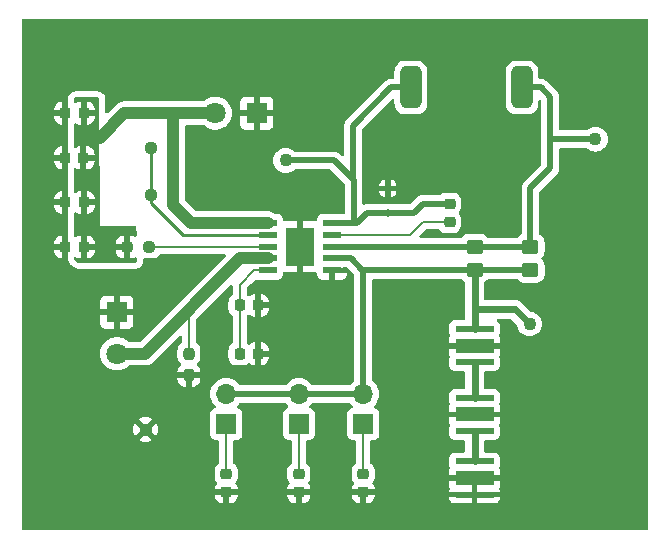
<source format=gbr>
%TF.GenerationSoftware,KiCad,Pcbnew,8.0.3*%
%TF.CreationDate,2024-07-26T12:19:11-07:00*%
%TF.ProjectId,A6214 Test Board,41363231-3420-4546-9573-7420426f6172,rev?*%
%TF.SameCoordinates,Original*%
%TF.FileFunction,Copper,L1,Top*%
%TF.FilePolarity,Positive*%
%FSLAX46Y46*%
G04 Gerber Fmt 4.6, Leading zero omitted, Abs format (unit mm)*
G04 Created by KiCad (PCBNEW 8.0.3) date 2024-07-26 12:19:11*
%MOMM*%
%LPD*%
G01*
G04 APERTURE LIST*
G04 Aperture macros list*
%AMRoundRect*
0 Rectangle with rounded corners*
0 $1 Rounding radius*
0 $2 $3 $4 $5 $6 $7 $8 $9 X,Y pos of 4 corners*
0 Add a 4 corners polygon primitive as box body*
4,1,4,$2,$3,$4,$5,$6,$7,$8,$9,$2,$3,0*
0 Add four circle primitives for the rounded corners*
1,1,$1+$1,$2,$3*
1,1,$1+$1,$4,$5*
1,1,$1+$1,$6,$7*
1,1,$1+$1,$8,$9*
0 Add four rect primitives between the rounded corners*
20,1,$1+$1,$2,$3,$4,$5,0*
20,1,$1+$1,$4,$5,$6,$7,0*
20,1,$1+$1,$6,$7,$8,$9,0*
20,1,$1+$1,$8,$9,$2,$3,0*%
G04 Aperture macros list end*
%TA.AperFunction,ComponentPad*%
%ADD10R,1.700000X1.700000*%
%TD*%
%TA.AperFunction,ComponentPad*%
%ADD11O,1.700000X1.700000*%
%TD*%
%TA.AperFunction,SMDPad,CuDef*%
%ADD12RoundRect,0.237500X-0.237500X0.250000X-0.237500X-0.250000X0.237500X-0.250000X0.237500X0.250000X0*%
%TD*%
%TA.AperFunction,SMDPad,CuDef*%
%ADD13RoundRect,0.225000X-0.225000X-0.250000X0.225000X-0.250000X0.225000X0.250000X-0.225000X0.250000X0*%
%TD*%
%TA.AperFunction,SMDPad,CuDef*%
%ADD14RoundRect,0.237500X0.250000X0.237500X-0.250000X0.237500X-0.250000X-0.237500X0.250000X-0.237500X0*%
%TD*%
%TA.AperFunction,SMDPad,CuDef*%
%ADD15RoundRect,0.225000X0.225000X0.250000X-0.225000X0.250000X-0.225000X-0.250000X0.225000X-0.250000X0*%
%TD*%
%TA.AperFunction,SMDPad,CuDef*%
%ADD16RoundRect,0.250000X-0.450000X0.350000X-0.450000X-0.350000X0.450000X-0.350000X0.450000X0.350000X0*%
%TD*%
%TA.AperFunction,SMDPad,CuDef*%
%ADD17R,1.525000X0.600000*%
%TD*%
%TA.AperFunction,SMDPad,CuDef*%
%ADD18R,2.410000X3.300000*%
%TD*%
%TA.AperFunction,TestPad*%
%ADD19C,1.100000*%
%TD*%
%TA.AperFunction,SMDPad,CuDef*%
%ADD20R,3.300000X0.500000*%
%TD*%
%TA.AperFunction,SMDPad,CuDef*%
%ADD21R,3.300000X1.300000*%
%TD*%
%TA.AperFunction,SMDPad,CuDef*%
%ADD22RoundRect,0.225000X-0.250000X0.225000X-0.250000X-0.225000X0.250000X-0.225000X0.250000X0.225000X0*%
%TD*%
%TA.AperFunction,SMDPad,CuDef*%
%ADD23RoundRect,0.112500X0.112500X-0.187500X0.112500X0.187500X-0.112500X0.187500X-0.112500X-0.187500X0*%
%TD*%
%TA.AperFunction,ComponentPad*%
%ADD24R,1.800000X1.800000*%
%TD*%
%TA.AperFunction,ComponentPad*%
%ADD25C,1.800000*%
%TD*%
%TA.AperFunction,SMDPad,CuDef*%
%ADD26RoundRect,0.237500X-0.250000X-0.237500X0.250000X-0.237500X0.250000X0.237500X-0.250000X0.237500X0*%
%TD*%
%TA.AperFunction,SMDPad,CuDef*%
%ADD27RoundRect,0.445000X-0.445000X-1.335000X0.445000X-1.335000X0.445000X1.335000X-0.445000X1.335000X0*%
%TD*%
%TA.AperFunction,Conductor*%
%ADD28C,0.200000*%
%TD*%
%TA.AperFunction,Conductor*%
%ADD29C,1.000000*%
%TD*%
%TA.AperFunction,Conductor*%
%ADD30C,0.500000*%
%TD*%
%TA.AperFunction,Conductor*%
%ADD31C,0.600000*%
%TD*%
%TA.AperFunction,Conductor*%
%ADD32C,0.250000*%
%TD*%
G04 APERTURE END LIST*
D10*
%TO.P,J3,1,Pin_1*%
%TO.N,Net-(J3-Pin_1)*%
X143890000Y-109670000D03*
D11*
%TO.P,J3,2,Pin_2*%
%TO.N,Net-(D2-A)*%
X143890000Y-107130000D03*
%TD*%
D10*
%TO.P,J2,1,Pin_1*%
%TO.N,Net-(J2-Pin_1)*%
X150040000Y-109670000D03*
D11*
%TO.P,J2,2,Pin_2*%
%TO.N,Net-(D2-A)*%
X150040000Y-107130000D03*
%TD*%
D10*
%TO.P,J1,1,Pin_1*%
%TO.N,Net-(J1-Pin_1)*%
X155490000Y-109670000D03*
D11*
%TO.P,J1,2,Pin_2*%
%TO.N,Net-(D2-A)*%
X155490000Y-107130000D03*
%TD*%
D12*
%TO.P,R6,2*%
%TO.N,GND*%
X140730000Y-105532500D03*
%TO.P,R6,1*%
%TO.N,Net-(IC1-ADIM)*%
X140730000Y-103707500D03*
%TD*%
D13*
%TO.P,C5,1*%
%TO.N,Net-(IC1-VCC)*%
X145025000Y-99625000D03*
%TO.P,C5,2*%
%TO.N,GND*%
X146575000Y-99625000D03*
%TD*%
D14*
%TO.P,R1,1*%
%TO.N,Net-(IC1-VIN)*%
X139375000Y-90250000D03*
%TO.P,R1,2*%
%TO.N,Net-(IC1-TON)*%
X137550000Y-90250000D03*
%TD*%
D15*
%TO.P,C7,1*%
%TO.N,Net-(IC1-VIN)*%
X131825000Y-94690000D03*
%TO.P,C7,2*%
%TO.N,GND*%
X130275000Y-94690000D03*
%TD*%
D13*
%TO.P,C2,1*%
%TO.N,Net-(IC1-VCC)*%
X145025000Y-103725000D03*
%TO.P,C2,2*%
%TO.N,GND*%
X146575000Y-103725000D03*
%TD*%
D15*
%TO.P,C6,1*%
%TO.N,Net-(IC1-VIN)*%
X131825000Y-90910000D03*
%TO.P,C6,2*%
%TO.N,GND*%
X130275000Y-90910000D03*
%TD*%
D16*
%TO.P,R3,1*%
%TO.N,Net-(IC1-CSH)*%
X164915000Y-94650000D03*
%TO.P,R3,2*%
%TO.N,Net-(D2-A)*%
X164915000Y-96650000D03*
%TD*%
D17*
%TO.P,IC1,1,VIN*%
%TO.N,Net-(IC1-VIN)*%
X147401000Y-92650000D03*
%TO.P,IC1,2,TON*%
%TO.N,Net-(IC1-TON)*%
X147401000Y-93650000D03*
%TO.P,IC1,3,EN/PWM*%
%TO.N,Net-(IC1-EN{slash}PWM)*%
X147401000Y-94650000D03*
%TO.P,IC1,4,ADIM*%
%TO.N,Net-(IC1-ADIM)*%
X147401000Y-95650000D03*
%TO.P,IC1,5,VCC*%
%TO.N,Net-(IC1-VCC)*%
X147401000Y-96650000D03*
%TO.P,IC1,6,GND_1*%
%TO.N,GND*%
X152825000Y-96650000D03*
%TO.P,IC1,7,CSL*%
%TO.N,Net-(D2-A)*%
X152825000Y-95650000D03*
%TO.P,IC1,8,CSH*%
%TO.N,Net-(IC1-CSH)*%
X152825000Y-94650000D03*
%TO.P,IC1,9,BOOT*%
%TO.N,Net-(IC1-BOOT)*%
X152825000Y-93650000D03*
%TO.P,IC1,10,SW*%
%TO.N,Net-(D1-K)*%
X152825000Y-92650000D03*
D18*
%TO.P,IC1,11,GND_2*%
%TO.N,GND*%
X150113000Y-94650000D03*
%TD*%
D19*
%TO.P,TP2,1,1*%
%TO.N,GND*%
X137070000Y-110140000D03*
%TD*%
D15*
%TO.P,C1,1*%
%TO.N,Net-(IC1-VIN)*%
X131795000Y-87130000D03*
%TO.P,C1,2*%
%TO.N,GND*%
X130245000Y-87130000D03*
%TD*%
D20*
%TO.P,D2,1,K*%
%TO.N,Net-(D2-K)*%
X164910000Y-104440000D03*
%TO.P,D2,2,A*%
%TO.N,Net-(D2-A)*%
X164910000Y-101640000D03*
D21*
%TO.P,D2,3,PAD*%
%TO.N,GND*%
X164910000Y-103040000D03*
%TD*%
D19*
%TO.P,TP3,1,1*%
%TO.N,Net-(IC1-CSH)*%
X175140000Y-85550000D03*
%TD*%
D22*
%TO.P,C3,1*%
%TO.N,Net-(D1-K)*%
X162800000Y-91025000D03*
%TO.P,C3,2*%
%TO.N,Net-(IC1-BOOT)*%
X162800000Y-92575000D03*
%TD*%
D20*
%TO.P,D3,1,K*%
%TO.N,GND*%
X164910000Y-115640000D03*
%TO.P,D3,2,A*%
%TO.N,Net-(D3-A)*%
X164910000Y-112840000D03*
D21*
%TO.P,D3,3,PAD*%
%TO.N,GND*%
X164910000Y-114240000D03*
%TD*%
D16*
%TO.P,R2,1*%
%TO.N,Net-(IC1-CSH)*%
X169640000Y-94650000D03*
%TO.P,R2,2*%
%TO.N,Net-(D2-A)*%
X169640000Y-96650000D03*
%TD*%
D19*
%TO.P,TP1,1,1*%
%TO.N,Net-(D2-A)*%
X169570000Y-101200000D03*
%TD*%
D15*
%TO.P,C10,1*%
%TO.N,Net-(IC1-VIN)*%
X131815000Y-83350000D03*
%TO.P,C10,2*%
%TO.N,GND*%
X130265000Y-83350000D03*
%TD*%
D22*
%TO.P,C4,1*%
%TO.N,Net-(J1-Pin_1)*%
X155490000Y-113885000D03*
%TO.P,C4,2*%
%TO.N,GND*%
X155490000Y-115435000D03*
%TD*%
D23*
%TO.P,D1,1,K*%
%TO.N,Net-(D1-K)*%
X157575000Y-91825000D03*
%TO.P,D1,2,A*%
%TO.N,GND*%
X157575000Y-89725000D03*
%TD*%
D22*
%TO.P,C9,1*%
%TO.N,Net-(J3-Pin_1)*%
X143890000Y-113885000D03*
%TO.P,C9,2*%
%TO.N,GND*%
X143890000Y-115435000D03*
%TD*%
D24*
%TO.P,J5,1,Pin_1*%
%TO.N,GND*%
X146470000Y-83350000D03*
D25*
%TO.P,J5,2,Pin_2*%
%TO.N,Net-(IC1-VIN)*%
X142970000Y-83350000D03*
%TD*%
D19*
%TO.P,TP4,1,1*%
%TO.N,Net-(D1-K)*%
X148925000Y-87350000D03*
%TD*%
D26*
%TO.P,R5,1*%
%TO.N,Net-(IC1-VIN)*%
X135512500Y-94675000D03*
%TO.P,R5,2*%
%TO.N,Net-(IC1-EN{slash}PWM)*%
X137337500Y-94675000D03*
%TD*%
D27*
%TO.P,L1,2*%
%TO.N,Net-(IC1-CSH)*%
X168925000Y-81175000D03*
%TO.P,L1,1*%
%TO.N,Net-(D1-K)*%
X159525000Y-81175000D03*
%TD*%
D22*
%TO.P,C8,2*%
%TO.N,GND*%
X150040000Y-115435000D03*
%TO.P,C8,1*%
%TO.N,Net-(J2-Pin_1)*%
X150040000Y-113885000D03*
%TD*%
D24*
%TO.P,J4,1,Pin_1*%
%TO.N,GND*%
X134620000Y-100210000D03*
D25*
%TO.P,J4,2,Pin_2*%
%TO.N,Net-(IC1-ADIM)*%
X134620000Y-103710000D03*
%TD*%
D20*
%TO.P,D4,1,K*%
%TO.N,Net-(D3-A)*%
X164910000Y-110265000D03*
%TO.P,D4,2,A*%
%TO.N,Net-(D2-K)*%
X164910000Y-107465000D03*
D21*
%TO.P,D4,3,PAD*%
%TO.N,GND*%
X164910000Y-108865000D03*
%TD*%
D14*
%TO.P,R4,1*%
%TO.N,Net-(IC1-VIN)*%
X139375000Y-86300000D03*
%TO.P,R4,2*%
%TO.N,Net-(IC1-TON)*%
X137550000Y-86300000D03*
%TD*%
D28*
%TO.N,Net-(J3-Pin_1)*%
X143890000Y-109670000D02*
X143890000Y-113885000D01*
%TO.N,Net-(J1-Pin_1)*%
X155490000Y-109670000D02*
X155490000Y-113885000D01*
%TO.N,Net-(J2-Pin_1)*%
X150040000Y-109670000D02*
X150040000Y-113885000D01*
D29*
%TO.N,Net-(IC1-VIN)*%
X135250000Y-83350000D02*
X142970000Y-83350000D01*
X133170000Y-85430000D02*
X135250000Y-83350000D01*
X131830000Y-85430000D02*
X133170000Y-85430000D01*
D28*
%TO.N,Net-(IC1-ADIM)*%
X145090000Y-95650000D02*
X140730000Y-100010000D01*
X140730000Y-100010000D02*
X140730000Y-103707500D01*
D29*
X137030000Y-103710000D02*
X134620000Y-103710000D01*
X145090000Y-95650000D02*
X137030000Y-103710000D01*
D28*
%TO.N,Net-(IC1-CSH)*%
X171340000Y-85550000D02*
X171330000Y-85560000D01*
D30*
X175140000Y-85550000D02*
X171340000Y-85550000D01*
X171330000Y-81990000D02*
X171330000Y-85860000D01*
X170515000Y-81175000D02*
X171330000Y-81990000D01*
X168925000Y-81175000D02*
X170515000Y-81175000D01*
X169640000Y-89710000D02*
X169640000Y-94650000D01*
X171330000Y-88020000D02*
X169640000Y-89710000D01*
X171330000Y-85560000D02*
X171330000Y-88020000D01*
D28*
%TO.N,Net-(IC1-VCC)*%
X145025000Y-97875000D02*
X145025000Y-99625000D01*
X146250000Y-96650000D02*
X145025000Y-97875000D01*
X147401000Y-96650000D02*
X146250000Y-96650000D01*
X145025000Y-103725000D02*
X145025000Y-99625000D01*
%TO.N,Net-(IC1-BOOT)*%
X152825000Y-93650000D02*
X159475000Y-93650000D01*
X160550000Y-92575000D02*
X162800000Y-92575000D01*
X159475000Y-93650000D02*
X160550000Y-92575000D01*
D30*
%TO.N,Net-(D1-K)*%
X152825000Y-92650000D02*
X154575000Y-92650000D01*
X154650000Y-84400000D02*
X157875000Y-81175000D01*
X159750000Y-91825000D02*
X160550000Y-91025000D01*
X154675000Y-92650000D02*
X154675000Y-89025000D01*
X154575000Y-92650000D02*
X154675000Y-92650000D01*
X154675000Y-92650000D02*
X154950000Y-92650000D01*
X155775000Y-91825000D02*
X157575000Y-91825000D01*
X153000000Y-87350000D02*
X148925000Y-87350000D01*
X157875000Y-81175000D02*
X159525000Y-81175000D01*
X157575000Y-91825000D02*
X159750000Y-91825000D01*
X160550000Y-91025000D02*
X162800000Y-91025000D01*
X154650000Y-89000000D02*
X154650000Y-84400000D01*
X154950000Y-92650000D02*
X155775000Y-91825000D01*
X154675000Y-89025000D02*
X153000000Y-87350000D01*
X154675000Y-89025000D02*
X154650000Y-89000000D01*
%TO.N,Net-(D2-A)*%
X155400000Y-96610000D02*
X155485000Y-96695000D01*
D31*
X164910000Y-101640000D02*
X164910000Y-99960000D01*
D30*
X154440000Y-95650000D02*
X152825000Y-95650000D01*
D31*
X164910000Y-96655000D02*
X164915000Y-96650000D01*
D30*
X150006552Y-107130000D02*
X155456552Y-107130000D01*
X155485000Y-96695000D02*
X155530000Y-96650000D01*
D31*
X169570000Y-101200000D02*
X168330000Y-99960000D01*
D30*
X155490000Y-107130000D02*
X155485000Y-107125000D01*
X155490000Y-96700000D02*
X155490000Y-107130000D01*
X155530000Y-96650000D02*
X164915000Y-96650000D01*
D31*
X164910000Y-99960000D02*
X164910000Y-96655000D01*
D30*
X144556552Y-107130000D02*
X150006552Y-107130000D01*
X164915000Y-96650000D02*
X169640000Y-96650000D01*
X155400000Y-96610000D02*
X154440000Y-95650000D01*
D31*
X168330000Y-99960000D02*
X164910000Y-99960000D01*
D28*
X169640000Y-96680000D02*
X169615000Y-96705000D01*
D30*
X155485000Y-96695000D02*
X155490000Y-96700000D01*
D31*
%TO.N,Net-(D2-K)*%
X164910000Y-104440000D02*
X164910000Y-107465000D01*
%TO.N,Net-(D3-A)*%
X164910000Y-110265000D02*
X164910000Y-112840000D01*
D30*
%TO.N,Net-(IC1-CSH)*%
X164915000Y-94650000D02*
X169640000Y-94650000D01*
X152825000Y-94650000D02*
X164915000Y-94650000D01*
D28*
%TO.N,Net-(IC1-EN{slash}PWM)*%
X137337500Y-94675000D02*
X147376000Y-94675000D01*
X147376000Y-94675000D02*
X147401000Y-94650000D01*
D32*
%TO.N,Net-(IC1-TON)*%
X140250000Y-93650000D02*
X147401000Y-93650000D01*
X137550000Y-86300000D02*
X137550000Y-90250000D01*
X137550000Y-90950000D02*
X140250000Y-93650000D01*
X137550000Y-90250000D02*
X137550000Y-90950000D01*
D29*
%TO.N,Net-(IC1-ADIM)*%
X145090000Y-95650000D02*
X147401000Y-95650000D01*
%TO.N,Net-(IC1-VIN)*%
X139375000Y-90250000D02*
X139375000Y-91100000D01*
X139375000Y-86300000D02*
X139375000Y-90250000D01*
X139375000Y-91100000D02*
X140925000Y-92650000D01*
X139375000Y-83350000D02*
X139375000Y-86300000D01*
X140925000Y-92650000D02*
X147401000Y-92650000D01*
%TD*%
%TA.AperFunction,Conductor*%
%TO.N,GND*%
G36*
X179542539Y-75360185D02*
G01*
X179588294Y-75412989D01*
X179599500Y-75464500D01*
X179599500Y-118520500D01*
X179579815Y-118587539D01*
X179527011Y-118633294D01*
X179475500Y-118644500D01*
X126709500Y-118644500D01*
X126642461Y-118624815D01*
X126596706Y-118572011D01*
X126585500Y-118520500D01*
X126585500Y-115708322D01*
X142915001Y-115708322D01*
X142925144Y-115807607D01*
X142978452Y-115968481D01*
X142978457Y-115968492D01*
X143067424Y-116112728D01*
X143067427Y-116112732D01*
X143187267Y-116232572D01*
X143187271Y-116232575D01*
X143331507Y-116321542D01*
X143331518Y-116321547D01*
X143492393Y-116374855D01*
X143591683Y-116384999D01*
X144140000Y-116384999D01*
X144188308Y-116384999D01*
X144188322Y-116384998D01*
X144287607Y-116374855D01*
X144448481Y-116321547D01*
X144448492Y-116321542D01*
X144592728Y-116232575D01*
X144592732Y-116232572D01*
X144712572Y-116112732D01*
X144712575Y-116112728D01*
X144801542Y-115968492D01*
X144801547Y-115968481D01*
X144854855Y-115807606D01*
X144864999Y-115708322D01*
X149065001Y-115708322D01*
X149075144Y-115807607D01*
X149128452Y-115968481D01*
X149128457Y-115968492D01*
X149217424Y-116112728D01*
X149217427Y-116112732D01*
X149337267Y-116232572D01*
X149337271Y-116232575D01*
X149481507Y-116321542D01*
X149481518Y-116321547D01*
X149642393Y-116374855D01*
X149741683Y-116384999D01*
X150290000Y-116384999D01*
X150338308Y-116384999D01*
X150338322Y-116384998D01*
X150437607Y-116374855D01*
X150598481Y-116321547D01*
X150598492Y-116321542D01*
X150742728Y-116232575D01*
X150742732Y-116232572D01*
X150862572Y-116112732D01*
X150862575Y-116112728D01*
X150951542Y-115968492D01*
X150951547Y-115968481D01*
X151004855Y-115807606D01*
X151014999Y-115708322D01*
X154515001Y-115708322D01*
X154525144Y-115807607D01*
X154578452Y-115968481D01*
X154578457Y-115968492D01*
X154667424Y-116112728D01*
X154667427Y-116112732D01*
X154787267Y-116232572D01*
X154787271Y-116232575D01*
X154931507Y-116321542D01*
X154931518Y-116321547D01*
X155092393Y-116374855D01*
X155191683Y-116384999D01*
X155740000Y-116384999D01*
X155788308Y-116384999D01*
X155788322Y-116384998D01*
X155887607Y-116374855D01*
X156048481Y-116321547D01*
X156048492Y-116321542D01*
X156192728Y-116232575D01*
X156192732Y-116232572D01*
X156312572Y-116112732D01*
X156312575Y-116112728D01*
X156401542Y-115968492D01*
X156401547Y-115968481D01*
X156411699Y-115937844D01*
X162760000Y-115937844D01*
X162766401Y-115997372D01*
X162766403Y-115997379D01*
X162816645Y-116132086D01*
X162816649Y-116132093D01*
X162902809Y-116247187D01*
X162902812Y-116247190D01*
X163017906Y-116333350D01*
X163017913Y-116333354D01*
X163152620Y-116383596D01*
X163152627Y-116383598D01*
X163212155Y-116389999D01*
X163212172Y-116390000D01*
X164660000Y-116390000D01*
X165160000Y-116390000D01*
X166607828Y-116390000D01*
X166607844Y-116389999D01*
X166667372Y-116383598D01*
X166667379Y-116383596D01*
X166802086Y-116333354D01*
X166802093Y-116333350D01*
X166917187Y-116247190D01*
X166917190Y-116247187D01*
X167003350Y-116132093D01*
X167003354Y-116132086D01*
X167053596Y-115997379D01*
X167053598Y-115997372D01*
X167059999Y-115937844D01*
X167060000Y-115937827D01*
X167060000Y-115890000D01*
X165160000Y-115890000D01*
X165160000Y-116390000D01*
X164660000Y-116390000D01*
X164660000Y-115890000D01*
X162760000Y-115890000D01*
X162760000Y-115937844D01*
X156411699Y-115937844D01*
X156454855Y-115807606D01*
X156464999Y-115708322D01*
X156465000Y-115708309D01*
X156465000Y-115685000D01*
X155740000Y-115685000D01*
X155740000Y-116384999D01*
X155191683Y-116384999D01*
X155239999Y-116384998D01*
X155240000Y-116384998D01*
X155240000Y-115685000D01*
X154515001Y-115685000D01*
X154515001Y-115708322D01*
X151014999Y-115708322D01*
X151015000Y-115708309D01*
X151015000Y-115685000D01*
X150290000Y-115685000D01*
X150290000Y-116384999D01*
X149741683Y-116384999D01*
X149789999Y-116384998D01*
X149790000Y-116384998D01*
X149790000Y-115685000D01*
X149065001Y-115685000D01*
X149065001Y-115708322D01*
X144864999Y-115708322D01*
X144865000Y-115708309D01*
X144865000Y-115685000D01*
X144140000Y-115685000D01*
X144140000Y-116384999D01*
X143591683Y-116384999D01*
X143639999Y-116384998D01*
X143640000Y-116384998D01*
X143640000Y-115685000D01*
X142915001Y-115685000D01*
X142915001Y-115708322D01*
X126585500Y-115708322D01*
X126585500Y-110140000D01*
X136014919Y-110140000D01*
X136035191Y-110345834D01*
X136095233Y-110543766D01*
X136170975Y-110685469D01*
X136170976Y-110685469D01*
X136695000Y-110161446D01*
X136695000Y-110189370D01*
X136720556Y-110284745D01*
X136769925Y-110370255D01*
X136839745Y-110440075D01*
X136925255Y-110489444D01*
X137020630Y-110515000D01*
X137048553Y-110515000D01*
X136524528Y-111039023D01*
X136666233Y-111114766D01*
X136864165Y-111174808D01*
X137070000Y-111195080D01*
X137275834Y-111174808D01*
X137473764Y-111114766D01*
X137615470Y-111039022D01*
X137091448Y-110515000D01*
X137119370Y-110515000D01*
X137214745Y-110489444D01*
X137300255Y-110440075D01*
X137370075Y-110370255D01*
X137419444Y-110284745D01*
X137445000Y-110189370D01*
X137445000Y-110161447D01*
X137969022Y-110685469D01*
X138044766Y-110543764D01*
X138104808Y-110345834D01*
X138125080Y-110140000D01*
X138104808Y-109934165D01*
X138044766Y-109736233D01*
X137969023Y-109594528D01*
X137445000Y-110118551D01*
X137445000Y-110090630D01*
X137419444Y-109995255D01*
X137370075Y-109909745D01*
X137300255Y-109839925D01*
X137214745Y-109790556D01*
X137119370Y-109765000D01*
X137091448Y-109765000D01*
X137615469Y-109240976D01*
X137615469Y-109240975D01*
X137473766Y-109165233D01*
X137275834Y-109105191D01*
X137070000Y-109084919D01*
X136864166Y-109105191D01*
X136666234Y-109165234D01*
X136524529Y-109240975D01*
X136524529Y-109240976D01*
X137048553Y-109765000D01*
X137020630Y-109765000D01*
X136925255Y-109790556D01*
X136839745Y-109839925D01*
X136769925Y-109909745D01*
X136720556Y-109995255D01*
X136695000Y-110090630D01*
X136695000Y-110118553D01*
X136170976Y-109594529D01*
X136170975Y-109594529D01*
X136095234Y-109736234D01*
X136035191Y-109934166D01*
X136014919Y-110140000D01*
X126585500Y-110140000D01*
X126585500Y-107129999D01*
X142534341Y-107129999D01*
X142534341Y-107130000D01*
X142554936Y-107365403D01*
X142554938Y-107365413D01*
X142616094Y-107593655D01*
X142616096Y-107593659D01*
X142616097Y-107593663D01*
X142694997Y-107762864D01*
X142715965Y-107807830D01*
X142715967Y-107807834D01*
X142820647Y-107957331D01*
X142851501Y-108001396D01*
X142851506Y-108001402D01*
X142973430Y-108123326D01*
X143006915Y-108184649D01*
X143001931Y-108254341D01*
X142960059Y-108310274D01*
X142929083Y-108327189D01*
X142797669Y-108376203D01*
X142797664Y-108376206D01*
X142682455Y-108462452D01*
X142682452Y-108462455D01*
X142596206Y-108577664D01*
X142596202Y-108577671D01*
X142545908Y-108712517D01*
X142539501Y-108772116D01*
X142539501Y-108772123D01*
X142539500Y-108772135D01*
X142539500Y-110567870D01*
X142539501Y-110567876D01*
X142545908Y-110627483D01*
X142596202Y-110762328D01*
X142596206Y-110762335D01*
X142682452Y-110877544D01*
X142682455Y-110877547D01*
X142797664Y-110963793D01*
X142797671Y-110963797D01*
X142842618Y-110980561D01*
X142932517Y-111014091D01*
X142992127Y-111020500D01*
X143165500Y-111020499D01*
X143232539Y-111040183D01*
X143278294Y-111092987D01*
X143289500Y-111144499D01*
X143289500Y-112954574D01*
X143269815Y-113021613D01*
X143230598Y-113060112D01*
X143186957Y-113087030D01*
X143067029Y-113206959D01*
X142978001Y-113351294D01*
X142977996Y-113351305D01*
X142924651Y-113512290D01*
X142914500Y-113611647D01*
X142914500Y-114158337D01*
X142914501Y-114158355D01*
X142924650Y-114257707D01*
X142924651Y-114257710D01*
X142977996Y-114418694D01*
X142978001Y-114418705D01*
X143067029Y-114563040D01*
X143067032Y-114563044D01*
X143076660Y-114572672D01*
X143110145Y-114633995D01*
X143105161Y-114703687D01*
X143076663Y-114748031D01*
X143067428Y-114757265D01*
X143067424Y-114757271D01*
X142978457Y-114901507D01*
X142978452Y-114901518D01*
X142925144Y-115062393D01*
X142915000Y-115161677D01*
X142915000Y-115185000D01*
X144864999Y-115185000D01*
X144864999Y-115161692D01*
X144864998Y-115161677D01*
X144854855Y-115062392D01*
X144801547Y-114901518D01*
X144801542Y-114901507D01*
X144712575Y-114757271D01*
X144712572Y-114757267D01*
X144703339Y-114748034D01*
X144669854Y-114686711D01*
X144674838Y-114617019D01*
X144703343Y-114572668D01*
X144712968Y-114563044D01*
X144802003Y-114418697D01*
X144855349Y-114257708D01*
X144865500Y-114158345D01*
X144865499Y-113611656D01*
X144858399Y-113542155D01*
X144855349Y-113512292D01*
X144855348Y-113512289D01*
X144812853Y-113384047D01*
X144802003Y-113351303D01*
X144801999Y-113351297D01*
X144801998Y-113351294D01*
X144712970Y-113206959D01*
X144712969Y-113206958D01*
X144712968Y-113206956D01*
X144593044Y-113087032D01*
X144593043Y-113087031D01*
X144593042Y-113087030D01*
X144549402Y-113060112D01*
X144502678Y-113008163D01*
X144490500Y-112954574D01*
X144490500Y-111144499D01*
X144510185Y-111077460D01*
X144562989Y-111031705D01*
X144614500Y-111020499D01*
X144787871Y-111020499D01*
X144787872Y-111020499D01*
X144847483Y-111014091D01*
X144982331Y-110963796D01*
X145097546Y-110877546D01*
X145183796Y-110762331D01*
X145234091Y-110627483D01*
X145240500Y-110567873D01*
X145240499Y-108772128D01*
X145234091Y-108712517D01*
X145183796Y-108577669D01*
X145183795Y-108577668D01*
X145183793Y-108577664D01*
X145097547Y-108462455D01*
X145097544Y-108462452D01*
X144982335Y-108376206D01*
X144982328Y-108376202D01*
X144850917Y-108327189D01*
X144794983Y-108285318D01*
X144770566Y-108219853D01*
X144785418Y-108151580D01*
X144806563Y-108123332D01*
X144928495Y-108001401D01*
X144966885Y-107946573D01*
X144976127Y-107933376D01*
X145030704Y-107889751D01*
X145077701Y-107880500D01*
X148852299Y-107880500D01*
X148919338Y-107900185D01*
X148953873Y-107933376D01*
X149001505Y-108001401D01*
X149123430Y-108123326D01*
X149156915Y-108184649D01*
X149151931Y-108254341D01*
X149110059Y-108310274D01*
X149079083Y-108327189D01*
X148947669Y-108376203D01*
X148947664Y-108376206D01*
X148832455Y-108462452D01*
X148832452Y-108462455D01*
X148746206Y-108577664D01*
X148746202Y-108577671D01*
X148695908Y-108712517D01*
X148689501Y-108772116D01*
X148689501Y-108772123D01*
X148689500Y-108772135D01*
X148689500Y-110567870D01*
X148689501Y-110567876D01*
X148695908Y-110627483D01*
X148746202Y-110762328D01*
X148746206Y-110762335D01*
X148832452Y-110877544D01*
X148832455Y-110877547D01*
X148947664Y-110963793D01*
X148947671Y-110963797D01*
X148992618Y-110980561D01*
X149082517Y-111014091D01*
X149142127Y-111020500D01*
X149315500Y-111020499D01*
X149382539Y-111040183D01*
X149428294Y-111092987D01*
X149439500Y-111144499D01*
X149439500Y-112954574D01*
X149419815Y-113021613D01*
X149380598Y-113060112D01*
X149336957Y-113087030D01*
X149217029Y-113206959D01*
X149128001Y-113351294D01*
X149127996Y-113351305D01*
X149074651Y-113512290D01*
X149064500Y-113611647D01*
X149064500Y-114158337D01*
X149064501Y-114158355D01*
X149074650Y-114257707D01*
X149074651Y-114257710D01*
X149127996Y-114418694D01*
X149128001Y-114418705D01*
X149217029Y-114563040D01*
X149217032Y-114563044D01*
X149226660Y-114572672D01*
X149260145Y-114633995D01*
X149255161Y-114703687D01*
X149226663Y-114748031D01*
X149217428Y-114757265D01*
X149217424Y-114757271D01*
X149128457Y-114901507D01*
X149128452Y-114901518D01*
X149075144Y-115062393D01*
X149065000Y-115161677D01*
X149065000Y-115185000D01*
X151014999Y-115185000D01*
X151014999Y-115161692D01*
X151014998Y-115161677D01*
X151004855Y-115062392D01*
X150951547Y-114901518D01*
X150951542Y-114901507D01*
X150862575Y-114757271D01*
X150862572Y-114757267D01*
X150853339Y-114748034D01*
X150819854Y-114686711D01*
X150824838Y-114617019D01*
X150853343Y-114572668D01*
X150862968Y-114563044D01*
X150952003Y-114418697D01*
X151005349Y-114257708D01*
X151015500Y-114158345D01*
X151015499Y-113611656D01*
X151008399Y-113542155D01*
X151005349Y-113512292D01*
X151005348Y-113512289D01*
X150962853Y-113384047D01*
X150952003Y-113351303D01*
X150951999Y-113351297D01*
X150951998Y-113351294D01*
X150862970Y-113206959D01*
X150862969Y-113206958D01*
X150862968Y-113206956D01*
X150743044Y-113087032D01*
X150743043Y-113087031D01*
X150743042Y-113087030D01*
X150699402Y-113060112D01*
X150652678Y-113008163D01*
X150640500Y-112954574D01*
X150640500Y-111144499D01*
X150660185Y-111077460D01*
X150712989Y-111031705D01*
X150764500Y-111020499D01*
X150937871Y-111020499D01*
X150937872Y-111020499D01*
X150997483Y-111014091D01*
X151132331Y-110963796D01*
X151247546Y-110877546D01*
X151333796Y-110762331D01*
X151384091Y-110627483D01*
X151390500Y-110567873D01*
X151390499Y-108772128D01*
X151384091Y-108712517D01*
X151333796Y-108577669D01*
X151333795Y-108577668D01*
X151333793Y-108577664D01*
X151247547Y-108462455D01*
X151247544Y-108462452D01*
X151132335Y-108376206D01*
X151132328Y-108376202D01*
X151000917Y-108327189D01*
X150944983Y-108285318D01*
X150920566Y-108219853D01*
X150935418Y-108151580D01*
X150956563Y-108123332D01*
X151078495Y-108001401D01*
X151116885Y-107946573D01*
X151126127Y-107933376D01*
X151180704Y-107889751D01*
X151227701Y-107880500D01*
X154302299Y-107880500D01*
X154369338Y-107900185D01*
X154403873Y-107933376D01*
X154451505Y-108001401D01*
X154573430Y-108123326D01*
X154606915Y-108184649D01*
X154601931Y-108254341D01*
X154560059Y-108310274D01*
X154529083Y-108327189D01*
X154397669Y-108376203D01*
X154397664Y-108376206D01*
X154282455Y-108462452D01*
X154282452Y-108462455D01*
X154196206Y-108577664D01*
X154196202Y-108577671D01*
X154145908Y-108712517D01*
X154139501Y-108772116D01*
X154139501Y-108772123D01*
X154139500Y-108772135D01*
X154139500Y-110567870D01*
X154139501Y-110567876D01*
X154145908Y-110627483D01*
X154196202Y-110762328D01*
X154196206Y-110762335D01*
X154282452Y-110877544D01*
X154282455Y-110877547D01*
X154397664Y-110963793D01*
X154397671Y-110963797D01*
X154442618Y-110980561D01*
X154532517Y-111014091D01*
X154592127Y-111020500D01*
X154765500Y-111020499D01*
X154832539Y-111040183D01*
X154878294Y-111092987D01*
X154889500Y-111144499D01*
X154889500Y-112954574D01*
X154869815Y-113021613D01*
X154830598Y-113060112D01*
X154786957Y-113087030D01*
X154667029Y-113206959D01*
X154578001Y-113351294D01*
X154577996Y-113351305D01*
X154524651Y-113512290D01*
X154514500Y-113611647D01*
X154514500Y-114158337D01*
X154514501Y-114158355D01*
X154524650Y-114257707D01*
X154524651Y-114257710D01*
X154577996Y-114418694D01*
X154578001Y-114418705D01*
X154667029Y-114563040D01*
X154667032Y-114563044D01*
X154676660Y-114572672D01*
X154710145Y-114633995D01*
X154705161Y-114703687D01*
X154676663Y-114748031D01*
X154667428Y-114757265D01*
X154667424Y-114757271D01*
X154578457Y-114901507D01*
X154578452Y-114901518D01*
X154525144Y-115062393D01*
X154515000Y-115161677D01*
X154515000Y-115185000D01*
X156464999Y-115185000D01*
X156464999Y-115161692D01*
X156464998Y-115161677D01*
X156454855Y-115062392D01*
X156413584Y-114937844D01*
X162760000Y-114937844D01*
X162766401Y-114997372D01*
X162766403Y-114997383D01*
X162803434Y-115096668D01*
X162808418Y-115166360D01*
X162803434Y-115183332D01*
X162766403Y-115282616D01*
X162766401Y-115282627D01*
X162760000Y-115342155D01*
X162760000Y-115390000D01*
X164660000Y-115390000D01*
X165160000Y-115390000D01*
X167060000Y-115390000D01*
X167060000Y-115342172D01*
X167059999Y-115342155D01*
X167053598Y-115282627D01*
X167053597Y-115282623D01*
X167016564Y-115183334D01*
X167011580Y-115113642D01*
X167016564Y-115096666D01*
X167053597Y-114997376D01*
X167053598Y-114997372D01*
X167059999Y-114937844D01*
X167060000Y-114937827D01*
X167060000Y-114490000D01*
X165160000Y-114490000D01*
X165160000Y-115390000D01*
X164660000Y-115390000D01*
X164660000Y-114490000D01*
X162760000Y-114490000D01*
X162760000Y-114937844D01*
X156413584Y-114937844D01*
X156401547Y-114901518D01*
X156401542Y-114901507D01*
X156312575Y-114757271D01*
X156312572Y-114757267D01*
X156303339Y-114748034D01*
X156269854Y-114686711D01*
X156274838Y-114617019D01*
X156303343Y-114572668D01*
X156312968Y-114563044D01*
X156402003Y-114418697D01*
X156455349Y-114257708D01*
X156465500Y-114158345D01*
X156465499Y-113611656D01*
X156458399Y-113542155D01*
X156455349Y-113512292D01*
X156455348Y-113512289D01*
X156412853Y-113384047D01*
X156402003Y-113351303D01*
X156401999Y-113351297D01*
X156401998Y-113351294D01*
X156312970Y-113206959D01*
X156312969Y-113206958D01*
X156312968Y-113206956D01*
X156193044Y-113087032D01*
X156193043Y-113087031D01*
X156193042Y-113087030D01*
X156149402Y-113060112D01*
X156102678Y-113008163D01*
X156090500Y-112954574D01*
X156090500Y-111144499D01*
X156110185Y-111077460D01*
X156162989Y-111031705D01*
X156214500Y-111020499D01*
X156387871Y-111020499D01*
X156387872Y-111020499D01*
X156447483Y-111014091D01*
X156582331Y-110963796D01*
X156697546Y-110877546D01*
X156783796Y-110762331D01*
X156834091Y-110627483D01*
X156840500Y-110567873D01*
X156840500Y-109967127D01*
X162759500Y-109967127D01*
X162759500Y-109967134D01*
X162759500Y-109967135D01*
X162759500Y-110562870D01*
X162759501Y-110562876D01*
X162765908Y-110622483D01*
X162816202Y-110757328D01*
X162816206Y-110757335D01*
X162902452Y-110872544D01*
X162902455Y-110872547D01*
X163017664Y-110958793D01*
X163017671Y-110958797D01*
X163152517Y-111009091D01*
X163152516Y-111009091D01*
X163159444Y-111009835D01*
X163212127Y-111015500D01*
X163985500Y-111015499D01*
X164052539Y-111035183D01*
X164098294Y-111087987D01*
X164109500Y-111139499D01*
X164109500Y-111965500D01*
X164089815Y-112032539D01*
X164037011Y-112078294D01*
X163985500Y-112089500D01*
X163212129Y-112089500D01*
X163212123Y-112089501D01*
X163152516Y-112095908D01*
X163017671Y-112146202D01*
X163017664Y-112146206D01*
X162902455Y-112232452D01*
X162902452Y-112232455D01*
X162816206Y-112347664D01*
X162816202Y-112347671D01*
X162765910Y-112482513D01*
X162765909Y-112482517D01*
X162759500Y-112542127D01*
X162759500Y-112542134D01*
X162759500Y-112542135D01*
X162759500Y-113137870D01*
X162759501Y-113137876D01*
X162765908Y-113197483D01*
X162803168Y-113297381D01*
X162808152Y-113367073D01*
X162803168Y-113384046D01*
X162766403Y-113482617D01*
X162766401Y-113482627D01*
X162760000Y-113542155D01*
X162760000Y-113990000D01*
X167060000Y-113990000D01*
X167060000Y-113542172D01*
X167059999Y-113542155D01*
X167053598Y-113482627D01*
X167053596Y-113482620D01*
X167016831Y-113384047D01*
X167011847Y-113314356D01*
X167016831Y-113297381D01*
X167054091Y-113197483D01*
X167060500Y-113137873D01*
X167060499Y-112542128D01*
X167054091Y-112482517D01*
X167003796Y-112347669D01*
X167003795Y-112347668D01*
X167003793Y-112347664D01*
X166917547Y-112232455D01*
X166917544Y-112232452D01*
X166802335Y-112146206D01*
X166802328Y-112146202D01*
X166667482Y-112095908D01*
X166667483Y-112095908D01*
X166607883Y-112089501D01*
X166607881Y-112089500D01*
X166607873Y-112089500D01*
X166607865Y-112089500D01*
X165834500Y-112089500D01*
X165767461Y-112069815D01*
X165721706Y-112017011D01*
X165710500Y-111965500D01*
X165710500Y-111139499D01*
X165730185Y-111072460D01*
X165782989Y-111026705D01*
X165834500Y-111015499D01*
X166607871Y-111015499D01*
X166607872Y-111015499D01*
X166667483Y-111009091D01*
X166802331Y-110958796D01*
X166917546Y-110872546D01*
X167003796Y-110757331D01*
X167054091Y-110622483D01*
X167060500Y-110562873D01*
X167060499Y-109967128D01*
X167054091Y-109907517D01*
X167016830Y-109807617D01*
X167011847Y-109737927D01*
X167016831Y-109720951D01*
X167053597Y-109622376D01*
X167053598Y-109622372D01*
X167059999Y-109562844D01*
X167060000Y-109562827D01*
X167060000Y-109115000D01*
X162760000Y-109115000D01*
X162760000Y-109562844D01*
X162766401Y-109622372D01*
X162766403Y-109622380D01*
X162803168Y-109720952D01*
X162808152Y-109790644D01*
X162803168Y-109807617D01*
X162765910Y-109907511D01*
X162765909Y-109907515D01*
X162765909Y-109907517D01*
X162759500Y-109967127D01*
X156840500Y-109967127D01*
X156840499Y-108772128D01*
X156834091Y-108712517D01*
X156783796Y-108577669D01*
X156783795Y-108577668D01*
X156783793Y-108577664D01*
X156697547Y-108462455D01*
X156697544Y-108462452D01*
X156582335Y-108376206D01*
X156582328Y-108376202D01*
X156450917Y-108327189D01*
X156394983Y-108285318D01*
X156370566Y-108219853D01*
X156385418Y-108151580D01*
X156406563Y-108123332D01*
X156528495Y-108001401D01*
X156664035Y-107807830D01*
X156763903Y-107593663D01*
X156825063Y-107365408D01*
X156845659Y-107130000D01*
X156825063Y-106894592D01*
X156776808Y-106714500D01*
X156763905Y-106666344D01*
X156763904Y-106666343D01*
X156763903Y-106666337D01*
X156664035Y-106452171D01*
X156613151Y-106379500D01*
X156528494Y-106258597D01*
X156361404Y-106091507D01*
X156293375Y-106043872D01*
X156249751Y-105989294D01*
X156240500Y-105942298D01*
X156240500Y-104142127D01*
X162759500Y-104142127D01*
X162759500Y-104142134D01*
X162759500Y-104142135D01*
X162759500Y-104737870D01*
X162759501Y-104737876D01*
X162765908Y-104797483D01*
X162816202Y-104932328D01*
X162816206Y-104932335D01*
X162902452Y-105047544D01*
X162902455Y-105047547D01*
X163017664Y-105133793D01*
X163017671Y-105133797D01*
X163152517Y-105184091D01*
X163152516Y-105184091D01*
X163159444Y-105184835D01*
X163212127Y-105190500D01*
X163985500Y-105190499D01*
X164052539Y-105210183D01*
X164098294Y-105262987D01*
X164109500Y-105314499D01*
X164109500Y-106590500D01*
X164089815Y-106657539D01*
X164037011Y-106703294D01*
X163985500Y-106714500D01*
X163212129Y-106714500D01*
X163212123Y-106714501D01*
X163152516Y-106720908D01*
X163017671Y-106771202D01*
X163017664Y-106771206D01*
X162902455Y-106857452D01*
X162902452Y-106857455D01*
X162816206Y-106972664D01*
X162816202Y-106972671D01*
X162765910Y-107107513D01*
X162765909Y-107107517D01*
X162759500Y-107167127D01*
X162759500Y-107167134D01*
X162759500Y-107167135D01*
X162759500Y-107762870D01*
X162759501Y-107762876D01*
X162765908Y-107822483D01*
X162803168Y-107922381D01*
X162808152Y-107992073D01*
X162803168Y-108009046D01*
X162766403Y-108107617D01*
X162766401Y-108107627D01*
X162760000Y-108167155D01*
X162760000Y-108615000D01*
X167060000Y-108615000D01*
X167060000Y-108167172D01*
X167059999Y-108167155D01*
X167053598Y-108107627D01*
X167053596Y-108107620D01*
X167016831Y-108009047D01*
X167011847Y-107939356D01*
X167016831Y-107922381D01*
X167054091Y-107822483D01*
X167060500Y-107762873D01*
X167060499Y-107167128D01*
X167054091Y-107107517D01*
X167003796Y-106972669D01*
X167003795Y-106972668D01*
X167003793Y-106972664D01*
X166917547Y-106857455D01*
X166917544Y-106857452D01*
X166802335Y-106771206D01*
X166802328Y-106771202D01*
X166667482Y-106720908D01*
X166667483Y-106720908D01*
X166607883Y-106714501D01*
X166607881Y-106714500D01*
X166607873Y-106714500D01*
X166607865Y-106714500D01*
X165834500Y-106714500D01*
X165767461Y-106694815D01*
X165721706Y-106642011D01*
X165710500Y-106590500D01*
X165710500Y-105314499D01*
X165730185Y-105247460D01*
X165782989Y-105201705D01*
X165834500Y-105190499D01*
X166607871Y-105190499D01*
X166607872Y-105190499D01*
X166667483Y-105184091D01*
X166802331Y-105133796D01*
X166917546Y-105047546D01*
X167003796Y-104932331D01*
X167054091Y-104797483D01*
X167060500Y-104737873D01*
X167060499Y-104142128D01*
X167054091Y-104082517D01*
X167016830Y-103982617D01*
X167011847Y-103912927D01*
X167016831Y-103895951D01*
X167053597Y-103797376D01*
X167053598Y-103797372D01*
X167059999Y-103737844D01*
X167060000Y-103737827D01*
X167060000Y-103290000D01*
X162760000Y-103290000D01*
X162760000Y-103737844D01*
X162766401Y-103797372D01*
X162766403Y-103797380D01*
X162803168Y-103895952D01*
X162808152Y-103965644D01*
X162803168Y-103982617D01*
X162765910Y-104082511D01*
X162765909Y-104082515D01*
X162765909Y-104082517D01*
X162759500Y-104142127D01*
X156240500Y-104142127D01*
X156240500Y-97524500D01*
X156260185Y-97457461D01*
X156312989Y-97411706D01*
X156364500Y-97400500D01*
X163761042Y-97400500D01*
X163828081Y-97420185D01*
X163866580Y-97459402D01*
X163872288Y-97468656D01*
X163996344Y-97592712D01*
X164050596Y-97626174D01*
X164097320Y-97678120D01*
X164109500Y-97731713D01*
X164109500Y-100765500D01*
X164089815Y-100832539D01*
X164037011Y-100878294D01*
X163985500Y-100889500D01*
X163212129Y-100889500D01*
X163212123Y-100889501D01*
X163152516Y-100895908D01*
X163017671Y-100946202D01*
X163017664Y-100946206D01*
X162902455Y-101032452D01*
X162902452Y-101032455D01*
X162816206Y-101147664D01*
X162816202Y-101147671D01*
X162765910Y-101282513D01*
X162765909Y-101282517D01*
X162759500Y-101342127D01*
X162759500Y-101342134D01*
X162759500Y-101342135D01*
X162759500Y-101937870D01*
X162759501Y-101937876D01*
X162765908Y-101997483D01*
X162803168Y-102097381D01*
X162808152Y-102167073D01*
X162803168Y-102184046D01*
X162766403Y-102282617D01*
X162766401Y-102282627D01*
X162760000Y-102342155D01*
X162760000Y-102790000D01*
X167060000Y-102790000D01*
X167060000Y-102342172D01*
X167059999Y-102342155D01*
X167053598Y-102282627D01*
X167053596Y-102282620D01*
X167016831Y-102184047D01*
X167011847Y-102114356D01*
X167016831Y-102097381D01*
X167054091Y-101997483D01*
X167060500Y-101937873D01*
X167060499Y-101342128D01*
X167054091Y-101282517D01*
X167043260Y-101253478D01*
X167003797Y-101147671D01*
X167003793Y-101147664D01*
X166917547Y-101032456D01*
X166917548Y-101032456D01*
X166917546Y-101032454D01*
X166852507Y-100983765D01*
X166810637Y-100927833D01*
X166805653Y-100858141D01*
X166839138Y-100796818D01*
X166900462Y-100763334D01*
X166926819Y-100760500D01*
X167947060Y-100760500D01*
X168014099Y-100780185D01*
X168034741Y-100796819D01*
X168491400Y-101253478D01*
X168524885Y-101314801D01*
X168527122Y-101329003D01*
X168534699Y-101405932D01*
X168564734Y-101504944D01*
X168594768Y-101603954D01*
X168692315Y-101786450D01*
X168692317Y-101786452D01*
X168823589Y-101946410D01*
X168885823Y-101997483D01*
X168983550Y-102077685D01*
X169166046Y-102175232D01*
X169364066Y-102235300D01*
X169364065Y-102235300D01*
X169382341Y-102237100D01*
X169570000Y-102255583D01*
X169775934Y-102235300D01*
X169973954Y-102175232D01*
X170156450Y-102077685D01*
X170316410Y-101946410D01*
X170447685Y-101786450D01*
X170545232Y-101603954D01*
X170605300Y-101405934D01*
X170625583Y-101200000D01*
X170605300Y-100994066D01*
X170545232Y-100796046D01*
X170447685Y-100613550D01*
X170363863Y-100511412D01*
X170316410Y-100453589D01*
X170198677Y-100356969D01*
X170156450Y-100322315D01*
X169973954Y-100224768D01*
X169838586Y-100183705D01*
X169775932Y-100164699D01*
X169699003Y-100157122D01*
X169634216Y-100130960D01*
X169623478Y-100121400D01*
X168840292Y-99338213D01*
X168840288Y-99338210D01*
X168709185Y-99250609D01*
X168709172Y-99250602D01*
X168563501Y-99190264D01*
X168563489Y-99190261D01*
X168408845Y-99159500D01*
X168408842Y-99159500D01*
X165834500Y-99159500D01*
X165767461Y-99139815D01*
X165721706Y-99087011D01*
X165710500Y-99035500D01*
X165710500Y-97737881D01*
X165730185Y-97670842D01*
X165769403Y-97632342D01*
X165833656Y-97592712D01*
X165957712Y-97468656D01*
X165963420Y-97459402D01*
X166015368Y-97412678D01*
X166068958Y-97400500D01*
X168486042Y-97400500D01*
X168553081Y-97420185D01*
X168591580Y-97459402D01*
X168597288Y-97468656D01*
X168721344Y-97592712D01*
X168870666Y-97684814D01*
X169037203Y-97739999D01*
X169139991Y-97750500D01*
X170140008Y-97750499D01*
X170140016Y-97750498D01*
X170140019Y-97750498D01*
X170196302Y-97744748D01*
X170242797Y-97739999D01*
X170409334Y-97684814D01*
X170558656Y-97592712D01*
X170682712Y-97468656D01*
X170774814Y-97319334D01*
X170829999Y-97152797D01*
X170840500Y-97050009D01*
X170840499Y-96249992D01*
X170839735Y-96242517D01*
X170829999Y-96147203D01*
X170829998Y-96147200D01*
X170774814Y-95980666D01*
X170682712Y-95831344D01*
X170589049Y-95737681D01*
X170555564Y-95676358D01*
X170560548Y-95606666D01*
X170589049Y-95562319D01*
X170600510Y-95550858D01*
X170682712Y-95468656D01*
X170774814Y-95319334D01*
X170829999Y-95152797D01*
X170840500Y-95050009D01*
X170840499Y-94249992D01*
X170839735Y-94242517D01*
X170829999Y-94147203D01*
X170829998Y-94147200D01*
X170821561Y-94121740D01*
X170774814Y-93980666D01*
X170682712Y-93831344D01*
X170558656Y-93707288D01*
X170449402Y-93639900D01*
X170402679Y-93587953D01*
X170390500Y-93534362D01*
X170390500Y-90072230D01*
X170410185Y-90005191D01*
X170426819Y-89984549D01*
X171912947Y-88498421D01*
X171912952Y-88498416D01*
X171933352Y-88467883D01*
X171974972Y-88405596D01*
X171974974Y-88405591D01*
X171974980Y-88405583D01*
X171995084Y-88375495D01*
X172051658Y-88238913D01*
X172079191Y-88100500D01*
X172080500Y-88093920D01*
X172080500Y-86424500D01*
X172100185Y-86357461D01*
X172152989Y-86311706D01*
X172204500Y-86300500D01*
X174354206Y-86300500D01*
X174421245Y-86320185D01*
X174432871Y-86328647D01*
X174553546Y-86427682D01*
X174553550Y-86427685D01*
X174736046Y-86525232D01*
X174934066Y-86585300D01*
X174934065Y-86585300D01*
X174948148Y-86586687D01*
X175140000Y-86605583D01*
X175345934Y-86585300D01*
X175543954Y-86525232D01*
X175726450Y-86427685D01*
X175886410Y-86296410D01*
X176017685Y-86136450D01*
X176115232Y-85953954D01*
X176175300Y-85755934D01*
X176195583Y-85550000D01*
X176175300Y-85344066D01*
X176115232Y-85146046D01*
X176017685Y-84963550D01*
X175965702Y-84900209D01*
X175886410Y-84803589D01*
X175726452Y-84672317D01*
X175726453Y-84672317D01*
X175726450Y-84672315D01*
X175543954Y-84574768D01*
X175345934Y-84514700D01*
X175345932Y-84514699D01*
X175345934Y-84514699D01*
X175140000Y-84494417D01*
X174934067Y-84514699D01*
X174736043Y-84574769D01*
X174553546Y-84672317D01*
X174432871Y-84771353D01*
X174368561Y-84798666D01*
X174354206Y-84799500D01*
X172204500Y-84799500D01*
X172137461Y-84779815D01*
X172091706Y-84727011D01*
X172080500Y-84675500D01*
X172080500Y-81916079D01*
X172051659Y-81771092D01*
X172051658Y-81771091D01*
X172051658Y-81771087D01*
X171995084Y-81634505D01*
X171941735Y-81554662D01*
X171922619Y-81526052D01*
X171912954Y-81511586D01*
X171912952Y-81511584D01*
X170993421Y-80592052D01*
X170993414Y-80592046D01*
X170919729Y-80542812D01*
X170919729Y-80542813D01*
X170870491Y-80509913D01*
X170733917Y-80453343D01*
X170733907Y-80453340D01*
X170588920Y-80424500D01*
X170588918Y-80424500D01*
X170439500Y-80424500D01*
X170372461Y-80404815D01*
X170326706Y-80352011D01*
X170315500Y-80300500D01*
X170315500Y-79785164D01*
X170315500Y-79785158D01*
X170305469Y-79672335D01*
X170252570Y-79487458D01*
X170252570Y-79487457D01*
X170163539Y-79317017D01*
X170042017Y-79167982D01*
X169892982Y-79046460D01*
X169722542Y-78957429D01*
X169578794Y-78916299D01*
X169537665Y-78904531D01*
X169537663Y-78904530D01*
X169537660Y-78904530D01*
X169468877Y-78898415D01*
X169424842Y-78894500D01*
X168425158Y-78894500D01*
X168392131Y-78897436D01*
X168312339Y-78904530D01*
X168312335Y-78904531D01*
X168127457Y-78957429D01*
X167957017Y-79046460D01*
X167807982Y-79167982D01*
X167686460Y-79317017D01*
X167597429Y-79487457D01*
X167544531Y-79672335D01*
X167544530Y-79672339D01*
X167537436Y-79752131D01*
X167534500Y-79785158D01*
X167534500Y-82564842D01*
X167538415Y-82608877D01*
X167544530Y-82677660D01*
X167544530Y-82677663D01*
X167544531Y-82677665D01*
X167554418Y-82712218D01*
X167597429Y-82862542D01*
X167686460Y-83032982D01*
X167807982Y-83182017D01*
X167957017Y-83303539D01*
X168127457Y-83392570D01*
X168168587Y-83404338D01*
X168312335Y-83445469D01*
X168425158Y-83455500D01*
X168425164Y-83455500D01*
X169424836Y-83455500D01*
X169424842Y-83455500D01*
X169537665Y-83445469D01*
X169722542Y-83392570D01*
X169804026Y-83350006D01*
X169892982Y-83303539D01*
X169892983Y-83303537D01*
X169892985Y-83303537D01*
X170042017Y-83182017D01*
X170163537Y-83032985D01*
X170252570Y-82862542D01*
X170305469Y-82677665D01*
X170315500Y-82564842D01*
X170315500Y-82336230D01*
X170335185Y-82269191D01*
X170387989Y-82223436D01*
X170457147Y-82213492D01*
X170520703Y-82242517D01*
X170527181Y-82248549D01*
X170543181Y-82264549D01*
X170576666Y-82325872D01*
X170579500Y-82352230D01*
X170579500Y-87657770D01*
X170559815Y-87724809D01*
X170543181Y-87745451D01*
X169057047Y-89231584D01*
X169057045Y-89231586D01*
X169021476Y-89284823D01*
X169021474Y-89284826D01*
X168974919Y-89354499D01*
X168974912Y-89354511D01*
X168918343Y-89491082D01*
X168918340Y-89491092D01*
X168889500Y-89636079D01*
X168889500Y-93534362D01*
X168869815Y-93601401D01*
X168830598Y-93639899D01*
X168787939Y-93666212D01*
X168721342Y-93707289D01*
X168597287Y-93831344D01*
X168591580Y-93840598D01*
X168539632Y-93887322D01*
X168486042Y-93899500D01*
X166068958Y-93899500D01*
X166001919Y-93879815D01*
X165963420Y-93840598D01*
X165957712Y-93831344D01*
X165833657Y-93707289D01*
X165833656Y-93707288D01*
X165684334Y-93615186D01*
X165517797Y-93560001D01*
X165517795Y-93560000D01*
X165415010Y-93549500D01*
X164414998Y-93549500D01*
X164414980Y-93549501D01*
X164312203Y-93560000D01*
X164312200Y-93560001D01*
X164145668Y-93615185D01*
X164145663Y-93615187D01*
X163996342Y-93707289D01*
X163872287Y-93831344D01*
X163866580Y-93840598D01*
X163814632Y-93887322D01*
X163761042Y-93899500D01*
X160374097Y-93899500D01*
X160307058Y-93879815D01*
X160261303Y-93827011D01*
X160251359Y-93757853D01*
X160280384Y-93694297D01*
X160286416Y-93687819D01*
X160439874Y-93534362D01*
X160762417Y-93211819D01*
X160823740Y-93178334D01*
X160850098Y-93175500D01*
X161859996Y-93175500D01*
X161927035Y-93195185D01*
X161965535Y-93234404D01*
X161977031Y-93253043D01*
X162096955Y-93372967D01*
X162096959Y-93372970D01*
X162241294Y-93461998D01*
X162241297Y-93461999D01*
X162241303Y-93462003D01*
X162402292Y-93515349D01*
X162501655Y-93525500D01*
X163098344Y-93525499D01*
X163098352Y-93525498D01*
X163098355Y-93525498D01*
X163152760Y-93519940D01*
X163197708Y-93515349D01*
X163358697Y-93462003D01*
X163503044Y-93372968D01*
X163622968Y-93253044D01*
X163712003Y-93108697D01*
X163765349Y-92947708D01*
X163775500Y-92848345D01*
X163775499Y-92301656D01*
X163765349Y-92202292D01*
X163712003Y-92041303D01*
X163711999Y-92041297D01*
X163711998Y-92041294D01*
X163622970Y-91896959D01*
X163622967Y-91896955D01*
X163613693Y-91887681D01*
X163580208Y-91826358D01*
X163585192Y-91756666D01*
X163613693Y-91712319D01*
X163616857Y-91709155D01*
X163622968Y-91703044D01*
X163712003Y-91558697D01*
X163765349Y-91397708D01*
X163775500Y-91298345D01*
X163775499Y-90751656D01*
X163765349Y-90652292D01*
X163712003Y-90491303D01*
X163711999Y-90491297D01*
X163711998Y-90491294D01*
X163622970Y-90346959D01*
X163622967Y-90346955D01*
X163503044Y-90227032D01*
X163503040Y-90227029D01*
X163358705Y-90138001D01*
X163358699Y-90137998D01*
X163358697Y-90137997D01*
X163306552Y-90120718D01*
X163197709Y-90084651D01*
X163098346Y-90074500D01*
X162501662Y-90074500D01*
X162501644Y-90074501D01*
X162402292Y-90084650D01*
X162402289Y-90084651D01*
X162241305Y-90137996D01*
X162241294Y-90138001D01*
X162096959Y-90227029D01*
X162096955Y-90227032D01*
X162085807Y-90238181D01*
X162024484Y-90271666D01*
X161998126Y-90274500D01*
X160476080Y-90274500D01*
X160331092Y-90303340D01*
X160331086Y-90303342D01*
X160194508Y-90359914D01*
X160194496Y-90359921D01*
X160145269Y-90392813D01*
X160071588Y-90442044D01*
X160071580Y-90442050D01*
X159475451Y-91038181D01*
X159414128Y-91071666D01*
X159387770Y-91074500D01*
X157964492Y-91074500D01*
X157929901Y-91069577D01*
X157784156Y-91027235D01*
X157784153Y-91027234D01*
X157784151Y-91027234D01*
X157753395Y-91024814D01*
X157749405Y-91024500D01*
X157749404Y-91024500D01*
X157400606Y-91024500D01*
X157400584Y-91024501D01*
X157365847Y-91027234D01*
X157365844Y-91027235D01*
X157220098Y-91069577D01*
X157185508Y-91074500D01*
X155701079Y-91074500D01*
X155573691Y-91099839D01*
X155504100Y-91093612D01*
X155448922Y-91050749D01*
X155425678Y-90984859D01*
X155425500Y-90978222D01*
X155425500Y-89974363D01*
X156850001Y-89974363D01*
X156852733Y-90009078D01*
X156895906Y-90157681D01*
X156895907Y-90157684D01*
X156974682Y-90290885D01*
X156974688Y-90290894D01*
X157084105Y-90400311D01*
X157084114Y-90400317D01*
X157217315Y-90479092D01*
X157217318Y-90479093D01*
X157349998Y-90517641D01*
X157350000Y-90517640D01*
X157800000Y-90517640D01*
X157800001Y-90517641D01*
X157932681Y-90479093D01*
X157932684Y-90479092D01*
X158065885Y-90400317D01*
X158065894Y-90400311D01*
X158175311Y-90290894D01*
X158175317Y-90290885D01*
X158254092Y-90157684D01*
X158254093Y-90157681D01*
X158297265Y-90009084D01*
X158297267Y-90009073D01*
X158299999Y-89974359D01*
X158300000Y-89974346D01*
X158300000Y-89950000D01*
X157800000Y-89950000D01*
X157800000Y-90517640D01*
X157350000Y-90517640D01*
X157350000Y-89950000D01*
X156850001Y-89950000D01*
X156850001Y-89974363D01*
X155425500Y-89974363D01*
X155425500Y-89475640D01*
X156850000Y-89475640D01*
X156850000Y-89500000D01*
X157350000Y-89500000D01*
X157800000Y-89500000D01*
X158299999Y-89500000D01*
X158299999Y-89475658D01*
X158299998Y-89475636D01*
X158297266Y-89440921D01*
X158254093Y-89292318D01*
X158254092Y-89292315D01*
X158175317Y-89159114D01*
X158175311Y-89159105D01*
X158065894Y-89049688D01*
X158065885Y-89049682D01*
X157932684Y-88970907D01*
X157932683Y-88970906D01*
X157800000Y-88932357D01*
X157800000Y-89500000D01*
X157350000Y-89500000D01*
X157350000Y-88932357D01*
X157217316Y-88970906D01*
X157217315Y-88970907D01*
X157084114Y-89049682D01*
X157084105Y-89049688D01*
X156974688Y-89159105D01*
X156974682Y-89159114D01*
X156895907Y-89292315D01*
X156895906Y-89292318D01*
X156852734Y-89440915D01*
X156852732Y-89440926D01*
X156850000Y-89475640D01*
X155425500Y-89475640D01*
X155425500Y-88951081D01*
X155419763Y-88922242D01*
X155419763Y-88922240D01*
X155402883Y-88837378D01*
X155400500Y-88813187D01*
X155400500Y-84762230D01*
X155420185Y-84695191D01*
X155436819Y-84674549D01*
X157922819Y-82188549D01*
X157984142Y-82155064D01*
X158053834Y-82160048D01*
X158109767Y-82201920D01*
X158134184Y-82267384D01*
X158134500Y-82276230D01*
X158134500Y-82564842D01*
X158138415Y-82608877D01*
X158144530Y-82677660D01*
X158144530Y-82677663D01*
X158144531Y-82677665D01*
X158154418Y-82712218D01*
X158197429Y-82862542D01*
X158286460Y-83032982D01*
X158407982Y-83182017D01*
X158557017Y-83303539D01*
X158727457Y-83392570D01*
X158768587Y-83404338D01*
X158912335Y-83445469D01*
X159025158Y-83455500D01*
X159025164Y-83455500D01*
X160024836Y-83455500D01*
X160024842Y-83455500D01*
X160137665Y-83445469D01*
X160322542Y-83392570D01*
X160404026Y-83350006D01*
X160492982Y-83303539D01*
X160492983Y-83303537D01*
X160492985Y-83303537D01*
X160642017Y-83182017D01*
X160763537Y-83032985D01*
X160852570Y-82862542D01*
X160905469Y-82677665D01*
X160915500Y-82564842D01*
X160915500Y-79785158D01*
X160905469Y-79672335D01*
X160852570Y-79487458D01*
X160852570Y-79487457D01*
X160763539Y-79317017D01*
X160642017Y-79167982D01*
X160492982Y-79046460D01*
X160322542Y-78957429D01*
X160178794Y-78916299D01*
X160137665Y-78904531D01*
X160137663Y-78904530D01*
X160137660Y-78904530D01*
X160068877Y-78898415D01*
X160024842Y-78894500D01*
X159025158Y-78894500D01*
X158992131Y-78897436D01*
X158912339Y-78904530D01*
X158912335Y-78904531D01*
X158727457Y-78957429D01*
X158557017Y-79046460D01*
X158407982Y-79167982D01*
X158286460Y-79317017D01*
X158197429Y-79487457D01*
X158144531Y-79672335D01*
X158144530Y-79672339D01*
X158134500Y-79785161D01*
X158134500Y-80300500D01*
X158114815Y-80367539D01*
X158062011Y-80413294D01*
X158010500Y-80424500D01*
X157801076Y-80424500D01*
X157772242Y-80430234D01*
X157772243Y-80430235D01*
X157656093Y-80453339D01*
X157656083Y-80453342D01*
X157576081Y-80486479D01*
X157576082Y-80486480D01*
X157519502Y-80509917D01*
X157470269Y-80542813D01*
X157396588Y-80592044D01*
X157396580Y-80592050D01*
X154067047Y-83921584D01*
X154055054Y-83939534D01*
X154043112Y-83957408D01*
X154013914Y-84001105D01*
X153984914Y-84044507D01*
X153928343Y-84181082D01*
X153928340Y-84181092D01*
X153899500Y-84326079D01*
X153899500Y-86888769D01*
X153879815Y-86955808D01*
X153827011Y-87001563D01*
X153757853Y-87011507D01*
X153694297Y-86982482D01*
X153687819Y-86976450D01*
X153478421Y-86767052D01*
X153478414Y-86767046D01*
X153404729Y-86717812D01*
X153404729Y-86717813D01*
X153355491Y-86684913D01*
X153218917Y-86628343D01*
X153218907Y-86628340D01*
X153073920Y-86599500D01*
X153073918Y-86599500D01*
X149710794Y-86599500D01*
X149643755Y-86579815D01*
X149632129Y-86571353D01*
X149511453Y-86472317D01*
X149511451Y-86472316D01*
X149511450Y-86472315D01*
X149328954Y-86374768D01*
X149130934Y-86314700D01*
X149130932Y-86314699D01*
X149130934Y-86314699D01*
X148925000Y-86294417D01*
X148719067Y-86314699D01*
X148521043Y-86374769D01*
X148434966Y-86420779D01*
X148338550Y-86472315D01*
X148338548Y-86472316D01*
X148338547Y-86472317D01*
X148178589Y-86603589D01*
X148047317Y-86763547D01*
X148047315Y-86763550D01*
X148010912Y-86831655D01*
X147949769Y-86946043D01*
X147889699Y-87144067D01*
X147869417Y-87350000D01*
X147889699Y-87555932D01*
X147889700Y-87555934D01*
X147949768Y-87753954D01*
X148047315Y-87936450D01*
X148063585Y-87956275D01*
X148178589Y-88096410D01*
X148275209Y-88175702D01*
X148338550Y-88227685D01*
X148521046Y-88325232D01*
X148719066Y-88385300D01*
X148719065Y-88385300D01*
X148737529Y-88387118D01*
X148925000Y-88405583D01*
X149130934Y-88385300D01*
X149328954Y-88325232D01*
X149511450Y-88227685D01*
X149632129Y-88128647D01*
X149696439Y-88101334D01*
X149710794Y-88100500D01*
X152637770Y-88100500D01*
X152704809Y-88120185D01*
X152725451Y-88136819D01*
X153888181Y-89299549D01*
X153921666Y-89360872D01*
X153924500Y-89387230D01*
X153924500Y-91762919D01*
X153904815Y-91829958D01*
X153852011Y-91875713D01*
X153782853Y-91885657D01*
X153757168Y-91879101D01*
X153694985Y-91855909D01*
X153694983Y-91855908D01*
X153635383Y-91849501D01*
X153635381Y-91849500D01*
X153635373Y-91849500D01*
X153635364Y-91849500D01*
X152014629Y-91849500D01*
X152014623Y-91849501D01*
X151955016Y-91855908D01*
X151820171Y-91906202D01*
X151820164Y-91906206D01*
X151704955Y-91992452D01*
X151704952Y-91992455D01*
X151618706Y-92107664D01*
X151618702Y-92107671D01*
X151568408Y-92242517D01*
X151562050Y-92301662D01*
X151562001Y-92302123D01*
X151562000Y-92302135D01*
X151562000Y-92383044D01*
X151542315Y-92450083D01*
X151489511Y-92495838D01*
X151424745Y-92506334D01*
X151365828Y-92500000D01*
X150363000Y-92500000D01*
X150363000Y-96800000D01*
X151365828Y-96800000D01*
X151365841Y-96799999D01*
X151425243Y-96793612D01*
X151494003Y-96806016D01*
X151545141Y-96853626D01*
X151562500Y-96916901D01*
X151562500Y-96997844D01*
X151568901Y-97057372D01*
X151568903Y-97057379D01*
X151619145Y-97192086D01*
X151619149Y-97192093D01*
X151705309Y-97307187D01*
X151705312Y-97307190D01*
X151820406Y-97393350D01*
X151820413Y-97393354D01*
X151955120Y-97443596D01*
X151955127Y-97443598D01*
X152014655Y-97449999D01*
X152014672Y-97450000D01*
X152575000Y-97450000D01*
X153075000Y-97450000D01*
X153635328Y-97450000D01*
X153635344Y-97449999D01*
X153694872Y-97443598D01*
X153694879Y-97443596D01*
X153829586Y-97393354D01*
X153829593Y-97393350D01*
X153944687Y-97307190D01*
X153944690Y-97307187D01*
X154030850Y-97192093D01*
X154030854Y-97192086D01*
X154081096Y-97057379D01*
X154081098Y-97057372D01*
X154087499Y-96997844D01*
X154087500Y-96997827D01*
X154087500Y-96900000D01*
X153075000Y-96900000D01*
X153075000Y-97450000D01*
X152575000Y-97450000D01*
X152575000Y-96574499D01*
X152594685Y-96507460D01*
X152647489Y-96461705D01*
X152698997Y-96450499D01*
X153635372Y-96450499D01*
X153694983Y-96444091D01*
X153790896Y-96408318D01*
X153834229Y-96400500D01*
X154077770Y-96400500D01*
X154144809Y-96420185D01*
X154165451Y-96436819D01*
X154703181Y-96974549D01*
X154736666Y-97035872D01*
X154739500Y-97062230D01*
X154739500Y-105942298D01*
X154719815Y-106009337D01*
X154686625Y-106043872D01*
X154618595Y-106091507D01*
X154451505Y-106258597D01*
X154403874Y-106326623D01*
X154349297Y-106370248D01*
X154302299Y-106379500D01*
X151227701Y-106379500D01*
X151160662Y-106359815D01*
X151126126Y-106326623D01*
X151078494Y-106258597D01*
X150911402Y-106091506D01*
X150911395Y-106091501D01*
X150717834Y-105955967D01*
X150717830Y-105955965D01*
X150667835Y-105932652D01*
X150503663Y-105856097D01*
X150503659Y-105856096D01*
X150503655Y-105856094D01*
X150275413Y-105794938D01*
X150275403Y-105794936D01*
X150040001Y-105774341D01*
X150039999Y-105774341D01*
X149804596Y-105794936D01*
X149804586Y-105794938D01*
X149576344Y-105856094D01*
X149576335Y-105856098D01*
X149362171Y-105955964D01*
X149362169Y-105955965D01*
X149168597Y-106091505D01*
X149001506Y-106258596D01*
X148953874Y-106326623D01*
X148899297Y-106370248D01*
X148852299Y-106379500D01*
X145077701Y-106379500D01*
X145010662Y-106359815D01*
X144976126Y-106326623D01*
X144928494Y-106258597D01*
X144761402Y-106091506D01*
X144761395Y-106091501D01*
X144567834Y-105955967D01*
X144567830Y-105955965D01*
X144517835Y-105932652D01*
X144353663Y-105856097D01*
X144353659Y-105856096D01*
X144353655Y-105856094D01*
X144125413Y-105794938D01*
X144125403Y-105794936D01*
X143890001Y-105774341D01*
X143889999Y-105774341D01*
X143654596Y-105794936D01*
X143654586Y-105794938D01*
X143426344Y-105856094D01*
X143426335Y-105856098D01*
X143212171Y-105955964D01*
X143212169Y-105955965D01*
X143018597Y-106091505D01*
X142851505Y-106258597D01*
X142715965Y-106452169D01*
X142715964Y-106452171D01*
X142616098Y-106666335D01*
X142616094Y-106666344D01*
X142554938Y-106894586D01*
X142554936Y-106894596D01*
X142534341Y-107129999D01*
X126585500Y-107129999D01*
X126585500Y-105831654D01*
X139755001Y-105831654D01*
X139765319Y-105932652D01*
X139819546Y-106096300D01*
X139819551Y-106096311D01*
X139910052Y-106243034D01*
X139910055Y-106243038D01*
X140031961Y-106364944D01*
X140031965Y-106364947D01*
X140178688Y-106455448D01*
X140178699Y-106455453D01*
X140342347Y-106509680D01*
X140443352Y-106519999D01*
X140480000Y-106519999D01*
X140980000Y-106519999D01*
X141016640Y-106519999D01*
X141016654Y-106519998D01*
X141117652Y-106509680D01*
X141281300Y-106455453D01*
X141281311Y-106455448D01*
X141428034Y-106364947D01*
X141428038Y-106364944D01*
X141549944Y-106243038D01*
X141549947Y-106243034D01*
X141640448Y-106096311D01*
X141640453Y-106096300D01*
X141694680Y-105932652D01*
X141704999Y-105831654D01*
X141705000Y-105831641D01*
X141705000Y-105782500D01*
X140980000Y-105782500D01*
X140980000Y-106519999D01*
X140480000Y-106519999D01*
X140480000Y-105782500D01*
X139755001Y-105782500D01*
X139755001Y-105831654D01*
X126585500Y-105831654D01*
X126585500Y-99262155D01*
X133220000Y-99262155D01*
X133220000Y-99960000D01*
X134071518Y-99960000D01*
X134060889Y-99978409D01*
X134020000Y-100131009D01*
X134020000Y-100288991D01*
X134060889Y-100441591D01*
X134071518Y-100460000D01*
X133220000Y-100460000D01*
X133220000Y-101157844D01*
X133226401Y-101217372D01*
X133226403Y-101217379D01*
X133276645Y-101352086D01*
X133276649Y-101352093D01*
X133362809Y-101467187D01*
X133362812Y-101467190D01*
X133477906Y-101553350D01*
X133477913Y-101553354D01*
X133612620Y-101603596D01*
X133612627Y-101603598D01*
X133672155Y-101609999D01*
X133672172Y-101610000D01*
X134370000Y-101610000D01*
X134370000Y-100758482D01*
X134388409Y-100769111D01*
X134541009Y-100810000D01*
X134698991Y-100810000D01*
X134851591Y-100769111D01*
X134870000Y-100758482D01*
X134870000Y-101610000D01*
X135567828Y-101610000D01*
X135567844Y-101609999D01*
X135627372Y-101603598D01*
X135627379Y-101603596D01*
X135762086Y-101553354D01*
X135762093Y-101553350D01*
X135877187Y-101467190D01*
X135877190Y-101467187D01*
X135963350Y-101352093D01*
X135963354Y-101352086D01*
X136013596Y-101217379D01*
X136013598Y-101217372D01*
X136019999Y-101157844D01*
X136020000Y-101157827D01*
X136020000Y-100460000D01*
X135168482Y-100460000D01*
X135179111Y-100441591D01*
X135220000Y-100288991D01*
X135220000Y-100131009D01*
X135179111Y-99978409D01*
X135168482Y-99960000D01*
X136020000Y-99960000D01*
X136020000Y-99262172D01*
X136019999Y-99262155D01*
X136013598Y-99202627D01*
X136013596Y-99202620D01*
X135963354Y-99067913D01*
X135963350Y-99067906D01*
X135877190Y-98952812D01*
X135877187Y-98952809D01*
X135762093Y-98866649D01*
X135762086Y-98866645D01*
X135627379Y-98816403D01*
X135627372Y-98816401D01*
X135567844Y-98810000D01*
X134870000Y-98810000D01*
X134870000Y-99661517D01*
X134851591Y-99650889D01*
X134698991Y-99610000D01*
X134541009Y-99610000D01*
X134388409Y-99650889D01*
X134370000Y-99661517D01*
X134370000Y-98810000D01*
X133672155Y-98810000D01*
X133612627Y-98816401D01*
X133612620Y-98816403D01*
X133477913Y-98866645D01*
X133477906Y-98866649D01*
X133362812Y-98952809D01*
X133362809Y-98952812D01*
X133276649Y-99067906D01*
X133276645Y-99067913D01*
X133226403Y-99202620D01*
X133226401Y-99202627D01*
X133220000Y-99262155D01*
X126585500Y-99262155D01*
X126585500Y-94988322D01*
X129325001Y-94988322D01*
X129335144Y-95087607D01*
X129388452Y-95248481D01*
X129388457Y-95248492D01*
X129477424Y-95392728D01*
X129477427Y-95392732D01*
X129597267Y-95512572D01*
X129597271Y-95512575D01*
X129741507Y-95601542D01*
X129741518Y-95601547D01*
X129902393Y-95654855D01*
X130001683Y-95664999D01*
X130025000Y-95664998D01*
X130025000Y-94940000D01*
X129325001Y-94940000D01*
X129325001Y-94988322D01*
X126585500Y-94988322D01*
X126585500Y-94391677D01*
X129325000Y-94391677D01*
X129325000Y-94440000D01*
X130025000Y-94440000D01*
X130025000Y-93714999D01*
X130001693Y-93715000D01*
X130001674Y-93715001D01*
X129902392Y-93725144D01*
X129741518Y-93778452D01*
X129741507Y-93778457D01*
X129597271Y-93867424D01*
X129597267Y-93867427D01*
X129477427Y-93987267D01*
X129477424Y-93987271D01*
X129388457Y-94131507D01*
X129388452Y-94131518D01*
X129335144Y-94292393D01*
X129325000Y-94391677D01*
X126585500Y-94391677D01*
X126585500Y-91208322D01*
X129325001Y-91208322D01*
X129335144Y-91307607D01*
X129388452Y-91468481D01*
X129388457Y-91468492D01*
X129477424Y-91612728D01*
X129477427Y-91612732D01*
X129597267Y-91732572D01*
X129597271Y-91732575D01*
X129741507Y-91821542D01*
X129741518Y-91821547D01*
X129902393Y-91874855D01*
X130001683Y-91884999D01*
X130025000Y-91884998D01*
X130025000Y-91160000D01*
X129325001Y-91160000D01*
X129325001Y-91208322D01*
X126585500Y-91208322D01*
X126585500Y-90611677D01*
X129325000Y-90611677D01*
X129325000Y-90660000D01*
X130025000Y-90660000D01*
X130025000Y-89934999D01*
X130001693Y-89935000D01*
X130001674Y-89935001D01*
X129902392Y-89945144D01*
X129741518Y-89998452D01*
X129741507Y-89998457D01*
X129597271Y-90087424D01*
X129597267Y-90087427D01*
X129477427Y-90207267D01*
X129477424Y-90207271D01*
X129388457Y-90351507D01*
X129388452Y-90351518D01*
X129335144Y-90512393D01*
X129325000Y-90611677D01*
X126585500Y-90611677D01*
X126585500Y-87428322D01*
X129295001Y-87428322D01*
X129305144Y-87527607D01*
X129358452Y-87688481D01*
X129358457Y-87688492D01*
X129447424Y-87832728D01*
X129447427Y-87832732D01*
X129567267Y-87952572D01*
X129567271Y-87952575D01*
X129711507Y-88041542D01*
X129711518Y-88041547D01*
X129872393Y-88094855D01*
X129971683Y-88104999D01*
X129995000Y-88104998D01*
X129995000Y-87380000D01*
X129295001Y-87380000D01*
X129295001Y-87428322D01*
X126585500Y-87428322D01*
X126585500Y-86831677D01*
X129295000Y-86831677D01*
X129295000Y-86880000D01*
X129995000Y-86880000D01*
X129995000Y-86154999D01*
X129971693Y-86155000D01*
X129971674Y-86155001D01*
X129872392Y-86165144D01*
X129711518Y-86218452D01*
X129711507Y-86218457D01*
X129567271Y-86307424D01*
X129567267Y-86307427D01*
X129447427Y-86427267D01*
X129447424Y-86427271D01*
X129358457Y-86571507D01*
X129358452Y-86571518D01*
X129305144Y-86732393D01*
X129295000Y-86831677D01*
X126585500Y-86831677D01*
X126585500Y-83648322D01*
X129315001Y-83648322D01*
X129325144Y-83747607D01*
X129378452Y-83908481D01*
X129378457Y-83908492D01*
X129467424Y-84052728D01*
X129467427Y-84052732D01*
X129587267Y-84172572D01*
X129587271Y-84172575D01*
X129731507Y-84261542D01*
X129731518Y-84261547D01*
X129892393Y-84314855D01*
X129991683Y-84324999D01*
X130015000Y-84324998D01*
X130015000Y-83600000D01*
X129315001Y-83600000D01*
X129315001Y-83648322D01*
X126585500Y-83648322D01*
X126585500Y-83051677D01*
X129315000Y-83051677D01*
X129315000Y-83100000D01*
X130015000Y-83100000D01*
X130015000Y-82374999D01*
X129991693Y-82375000D01*
X129991674Y-82375001D01*
X129892392Y-82385144D01*
X129731518Y-82438452D01*
X129731507Y-82438457D01*
X129587271Y-82527424D01*
X129587267Y-82527427D01*
X129467427Y-82647267D01*
X129467424Y-82647271D01*
X129378457Y-82791507D01*
X129378452Y-82791518D01*
X129325144Y-82952393D01*
X129315000Y-83051677D01*
X126585500Y-83051677D01*
X126585500Y-82144000D01*
X130474500Y-82144000D01*
X130474500Y-82402255D01*
X130485078Y-82505127D01*
X130495349Y-82554541D01*
X130501165Y-82572859D01*
X130509187Y-82598128D01*
X130515000Y-82635649D01*
X130515000Y-84069305D01*
X130509977Y-84104238D01*
X130501512Y-84133066D01*
X130494976Y-84155326D01*
X130492496Y-84172575D01*
X130474500Y-84297744D01*
X130474500Y-86169919D01*
X130485078Y-86272791D01*
X130492277Y-86307427D01*
X130492405Y-86308040D01*
X130495000Y-86333276D01*
X130495000Y-87938628D01*
X130493738Y-87956275D01*
X130474500Y-88090081D01*
X130474500Y-89968440D01*
X130484899Y-90069549D01*
X130485080Y-90071304D01*
X130487854Y-90084651D01*
X130495352Y-90120718D01*
X130495352Y-90120719D01*
X130519187Y-90195794D01*
X130525000Y-90233316D01*
X130525000Y-91592504D01*
X130515195Y-91637588D01*
X130516210Y-91637967D01*
X130514662Y-91642114D01*
X130494976Y-91709157D01*
X130474500Y-91851576D01*
X130474500Y-93748440D01*
X130485079Y-93851294D01*
X130485080Y-93851304D01*
X130495352Y-93900718D01*
X130495352Y-93900719D01*
X130519187Y-93975794D01*
X130525000Y-94013316D01*
X130525000Y-95372504D01*
X130515195Y-95417588D01*
X130516210Y-95417967D01*
X130514662Y-95422114D01*
X130494976Y-95489157D01*
X130474500Y-95631576D01*
X130474500Y-95638640D01*
X130477397Y-95692688D01*
X130477397Y-95692689D01*
X130480229Y-95719022D01*
X130480232Y-95719049D01*
X130488885Y-95772445D01*
X130488885Y-95772447D01*
X130536275Y-95899500D01*
X130539168Y-95907257D01*
X130572653Y-95968580D01*
X130658877Y-96083761D01*
X130658881Y-96083765D01*
X130658886Y-96083771D01*
X130782134Y-96207018D01*
X130896239Y-96321123D01*
X130896255Y-96321137D01*
X130896262Y-96321144D01*
X130936480Y-96357271D01*
X130936492Y-96357281D01*
X130936500Y-96357288D01*
X130957142Y-96373922D01*
X131001026Y-96405567D01*
X131131903Y-96465338D01*
X131198942Y-96485023D01*
X131198946Y-96485024D01*
X131341362Y-96505500D01*
X131341365Y-96505500D01*
X136209372Y-96505500D01*
X136209379Y-96505500D01*
X136321149Y-96492989D01*
X136367071Y-96482577D01*
X136374617Y-96480867D01*
X136374618Y-96480866D01*
X136374625Y-96480865D01*
X136480854Y-96443954D01*
X136600515Y-96364062D01*
X136652511Y-96317391D01*
X136652515Y-96317387D01*
X136744820Y-96207018D01*
X136802292Y-96075115D01*
X136820801Y-96007741D01*
X136838783Y-95864991D01*
X136837111Y-95769422D01*
X136855620Y-95702050D01*
X136907616Y-95655379D01*
X136973693Y-95643897D01*
X137038323Y-95650500D01*
X137636676Y-95650499D01*
X137636684Y-95650498D01*
X137636687Y-95650498D01*
X137692030Y-95644844D01*
X137737753Y-95640174D01*
X137901516Y-95585908D01*
X138048350Y-95495340D01*
X138170340Y-95373350D01*
X138194362Y-95334404D01*
X138246310Y-95287679D01*
X138299901Y-95275500D01*
X143750217Y-95275500D01*
X143817256Y-95295185D01*
X143863011Y-95347989D01*
X143872955Y-95417147D01*
X143843930Y-95480703D01*
X143837898Y-95487181D01*
X136651899Y-102673181D01*
X136590576Y-102706666D01*
X136564218Y-102709500D01*
X135656464Y-102709500D01*
X135589425Y-102689815D01*
X135572479Y-102676728D01*
X135571794Y-102676098D01*
X135571784Y-102676087D01*
X135442524Y-102575480D01*
X135388628Y-102533531D01*
X135184504Y-102423064D01*
X135184495Y-102423061D01*
X134964984Y-102347702D01*
X134774612Y-102315935D01*
X134736049Y-102309500D01*
X134503951Y-102309500D01*
X134465388Y-102315935D01*
X134275015Y-102347702D01*
X134055504Y-102423061D01*
X134055495Y-102423064D01*
X133851371Y-102533531D01*
X133851365Y-102533535D01*
X133668222Y-102676081D01*
X133668219Y-102676084D01*
X133511016Y-102846852D01*
X133384075Y-103041151D01*
X133290842Y-103253699D01*
X133233866Y-103478691D01*
X133233864Y-103478702D01*
X133214700Y-103709993D01*
X133214700Y-103710006D01*
X133233864Y-103941297D01*
X133233866Y-103941308D01*
X133290842Y-104166300D01*
X133384075Y-104378848D01*
X133511016Y-104573147D01*
X133511019Y-104573151D01*
X133511021Y-104573153D01*
X133668216Y-104743913D01*
X133668219Y-104743915D01*
X133668222Y-104743918D01*
X133851365Y-104886464D01*
X133851371Y-104886468D01*
X133851374Y-104886470D01*
X134055497Y-104996936D01*
X134169487Y-105036068D01*
X134275015Y-105072297D01*
X134275017Y-105072297D01*
X134275019Y-105072298D01*
X134503951Y-105110500D01*
X134503952Y-105110500D01*
X134736048Y-105110500D01*
X134736049Y-105110500D01*
X134964981Y-105072298D01*
X135184503Y-104996936D01*
X135388626Y-104886470D01*
X135571784Y-104743913D01*
X135571800Y-104743895D01*
X135572479Y-104743272D01*
X135572827Y-104743100D01*
X135575830Y-104740763D01*
X135576310Y-104741380D01*
X135635133Y-104712348D01*
X135656464Y-104710500D01*
X137128543Y-104710500D01*
X137213421Y-104693616D01*
X137255862Y-104685174D01*
X137321836Y-104672051D01*
X137375165Y-104649961D01*
X137503914Y-104596632D01*
X137667782Y-104487139D01*
X137807139Y-104347782D01*
X137807139Y-104347780D01*
X137817347Y-104337573D01*
X137817348Y-104337570D01*
X139917821Y-102237098D01*
X139979142Y-102203615D01*
X140048834Y-102208599D01*
X140104767Y-102250471D01*
X140129184Y-102315935D01*
X140129500Y-102324781D01*
X140129500Y-102745098D01*
X140109815Y-102812137D01*
X140070598Y-102850636D01*
X140031650Y-102874659D01*
X139909661Y-102996648D01*
X139819093Y-103143481D01*
X139819092Y-103143484D01*
X139764826Y-103307247D01*
X139764826Y-103307248D01*
X139764825Y-103307248D01*
X139754500Y-103408315D01*
X139754500Y-104006669D01*
X139754501Y-104006687D01*
X139764825Y-104107752D01*
X139801109Y-104217249D01*
X139819092Y-104271516D01*
X139866131Y-104347779D01*
X139909661Y-104418351D01*
X140023982Y-104532672D01*
X140057467Y-104593995D01*
X140052483Y-104663687D01*
X140023983Y-104708034D01*
X139910052Y-104821965D01*
X139819551Y-104968688D01*
X139819546Y-104968699D01*
X139765319Y-105132347D01*
X139755000Y-105233345D01*
X139755000Y-105282500D01*
X141704999Y-105282500D01*
X141704999Y-105233360D01*
X141704998Y-105233345D01*
X141694680Y-105132347D01*
X141640453Y-104968699D01*
X141640448Y-104968688D01*
X141549947Y-104821965D01*
X141549944Y-104821961D01*
X141436017Y-104708034D01*
X141402532Y-104646711D01*
X141407516Y-104577019D01*
X141436013Y-104532676D01*
X141550340Y-104418350D01*
X141640908Y-104271516D01*
X141695174Y-104107753D01*
X141705500Y-104006677D01*
X141705499Y-103408324D01*
X141695174Y-103307247D01*
X141640908Y-103143484D01*
X141550340Y-102996650D01*
X141428350Y-102874660D01*
X141428349Y-102874659D01*
X141389402Y-102850636D01*
X141342678Y-102798687D01*
X141330500Y-102745098D01*
X141330500Y-100875781D01*
X141350185Y-100808742D01*
X141366814Y-100788105D01*
X144212819Y-97942099D01*
X144274142Y-97908615D01*
X144343834Y-97913599D01*
X144399767Y-97955471D01*
X144424184Y-98020935D01*
X144424500Y-98029781D01*
X144424500Y-98684995D01*
X144404815Y-98752034D01*
X144365600Y-98790532D01*
X144346954Y-98802033D01*
X144227029Y-98921959D01*
X144138001Y-99066294D01*
X144137996Y-99066305D01*
X144084651Y-99227290D01*
X144074500Y-99326647D01*
X144074500Y-99923337D01*
X144074501Y-99923355D01*
X144084650Y-100022707D01*
X144084651Y-100022710D01*
X144137996Y-100183694D01*
X144138001Y-100183705D01*
X144227029Y-100328040D01*
X144227032Y-100328044D01*
X144346956Y-100447968D01*
X144365596Y-100459465D01*
X144412321Y-100511412D01*
X144424500Y-100565004D01*
X144424500Y-102784995D01*
X144404815Y-102852034D01*
X144365600Y-102890532D01*
X144346954Y-102902033D01*
X144227029Y-103021959D01*
X144138001Y-103166294D01*
X144137996Y-103166305D01*
X144084651Y-103327290D01*
X144074500Y-103426647D01*
X144074500Y-104023337D01*
X144074501Y-104023355D01*
X144084650Y-104122707D01*
X144084651Y-104122710D01*
X144137996Y-104283694D01*
X144138001Y-104283705D01*
X144227029Y-104428040D01*
X144227032Y-104428044D01*
X144346955Y-104547967D01*
X144346959Y-104547970D01*
X144491294Y-104636998D01*
X144491297Y-104636999D01*
X144491303Y-104637003D01*
X144652292Y-104690349D01*
X144751655Y-104700500D01*
X145298344Y-104700499D01*
X145298352Y-104700498D01*
X145298355Y-104700498D01*
X145352760Y-104694940D01*
X145397708Y-104690349D01*
X145558697Y-104637003D01*
X145703044Y-104547968D01*
X145712668Y-104538343D01*
X145773987Y-104504856D01*
X145843679Y-104509835D01*
X145888034Y-104538339D01*
X145897267Y-104547572D01*
X145897271Y-104547575D01*
X146041507Y-104636542D01*
X146041518Y-104636547D01*
X146202393Y-104689855D01*
X146301683Y-104699999D01*
X146825000Y-104699999D01*
X146848308Y-104699999D01*
X146848322Y-104699998D01*
X146947607Y-104689855D01*
X147108481Y-104636547D01*
X147108492Y-104636542D01*
X147252728Y-104547575D01*
X147252732Y-104547572D01*
X147372572Y-104427732D01*
X147372575Y-104427728D01*
X147461542Y-104283492D01*
X147461547Y-104283481D01*
X147514855Y-104122606D01*
X147524999Y-104023322D01*
X147525000Y-104023309D01*
X147525000Y-103975000D01*
X146825000Y-103975000D01*
X146825000Y-104699999D01*
X146301683Y-104699999D01*
X146325000Y-104699998D01*
X146325000Y-103475000D01*
X146825000Y-103475000D01*
X147524999Y-103475000D01*
X147524999Y-103426692D01*
X147524998Y-103426677D01*
X147514855Y-103327392D01*
X147461547Y-103166518D01*
X147461542Y-103166507D01*
X147372575Y-103022271D01*
X147372572Y-103022267D01*
X147252732Y-102902427D01*
X147252728Y-102902424D01*
X147108492Y-102813457D01*
X147108481Y-102813452D01*
X146947606Y-102760144D01*
X146848322Y-102750000D01*
X146825000Y-102750000D01*
X146825000Y-103475000D01*
X146325000Y-103475000D01*
X146325000Y-102749999D01*
X146301693Y-102750000D01*
X146301674Y-102750001D01*
X146202392Y-102760144D01*
X146041518Y-102813452D01*
X146041507Y-102813457D01*
X145897271Y-102902424D01*
X145897264Y-102902430D01*
X145888028Y-102911665D01*
X145826703Y-102945146D01*
X145757011Y-102940157D01*
X145712672Y-102911659D01*
X145703047Y-102902034D01*
X145684400Y-102890532D01*
X145637677Y-102838582D01*
X145625500Y-102784995D01*
X145625500Y-100565004D01*
X145645185Y-100497965D01*
X145684403Y-100459465D01*
X145703044Y-100447968D01*
X145712668Y-100438343D01*
X145773987Y-100404856D01*
X145843679Y-100409835D01*
X145888034Y-100438339D01*
X145897267Y-100447572D01*
X145897271Y-100447575D01*
X146041507Y-100536542D01*
X146041518Y-100536547D01*
X146202393Y-100589855D01*
X146301683Y-100599999D01*
X146825000Y-100599999D01*
X146848308Y-100599999D01*
X146848322Y-100599998D01*
X146947607Y-100589855D01*
X147108481Y-100536547D01*
X147108492Y-100536542D01*
X147252728Y-100447575D01*
X147252732Y-100447572D01*
X147372572Y-100327732D01*
X147372575Y-100327728D01*
X147461542Y-100183492D01*
X147461547Y-100183481D01*
X147514855Y-100022606D01*
X147524999Y-99923322D01*
X147525000Y-99923309D01*
X147525000Y-99875000D01*
X146825000Y-99875000D01*
X146825000Y-100599999D01*
X146301683Y-100599999D01*
X146325000Y-100599998D01*
X146325000Y-99375000D01*
X146825000Y-99375000D01*
X147524999Y-99375000D01*
X147524999Y-99326692D01*
X147524998Y-99326677D01*
X147514855Y-99227392D01*
X147461547Y-99066518D01*
X147461542Y-99066507D01*
X147372575Y-98922271D01*
X147372572Y-98922267D01*
X147252732Y-98802427D01*
X147252728Y-98802424D01*
X147108492Y-98713457D01*
X147108481Y-98713452D01*
X146947606Y-98660144D01*
X146848322Y-98650000D01*
X146825000Y-98650000D01*
X146825000Y-99375000D01*
X146325000Y-99375000D01*
X146325000Y-98649999D01*
X146301693Y-98650000D01*
X146301674Y-98650001D01*
X146202392Y-98660144D01*
X146041518Y-98713452D01*
X146041507Y-98713457D01*
X145897271Y-98802424D01*
X145897264Y-98802430D01*
X145888028Y-98811665D01*
X145826703Y-98845146D01*
X145757011Y-98840157D01*
X145712672Y-98811659D01*
X145703047Y-98802034D01*
X145684400Y-98790532D01*
X145637677Y-98738582D01*
X145625500Y-98684995D01*
X145625500Y-98175097D01*
X145645185Y-98108058D01*
X145661819Y-98087416D01*
X145953292Y-97795943D01*
X146310156Y-97439078D01*
X146371477Y-97405595D01*
X146441166Y-97410578D01*
X146531017Y-97444091D01*
X146590627Y-97450500D01*
X148211372Y-97450499D01*
X148270983Y-97444091D01*
X148405831Y-97393796D01*
X148521046Y-97307546D01*
X148607296Y-97192331D01*
X148657591Y-97057483D01*
X148664000Y-96997873D01*
X148663999Y-96916952D01*
X148683683Y-96849917D01*
X148736486Y-96804161D01*
X148801255Y-96793666D01*
X148860155Y-96799999D01*
X148860172Y-96800000D01*
X149863000Y-96800000D01*
X149863000Y-92500000D01*
X148860155Y-92500000D01*
X148801255Y-92506334D01*
X148732496Y-92493930D01*
X148681358Y-92446320D01*
X148663999Y-92383045D01*
X148663999Y-92302129D01*
X148663998Y-92302123D01*
X148663997Y-92302116D01*
X148657591Y-92242517D01*
X148607296Y-92107669D01*
X148607295Y-92107668D01*
X148607293Y-92107664D01*
X148521047Y-91992455D01*
X148521044Y-91992452D01*
X148405835Y-91906206D01*
X148405828Y-91906202D01*
X148270982Y-91855908D01*
X148270983Y-91855908D01*
X148211383Y-91849501D01*
X148211381Y-91849500D01*
X148211373Y-91849500D01*
X148211365Y-91849500D01*
X148041434Y-91849500D01*
X147974395Y-91829815D01*
X147972543Y-91828602D01*
X147874919Y-91763371D01*
X147874907Y-91763364D01*
X147692839Y-91687950D01*
X147692829Y-91687947D01*
X147499543Y-91649500D01*
X147499541Y-91649500D01*
X141390782Y-91649500D01*
X141323743Y-91629815D01*
X141303101Y-91613181D01*
X140411819Y-90721899D01*
X140378334Y-90660576D01*
X140375500Y-90634218D01*
X140375500Y-84474500D01*
X140395185Y-84407461D01*
X140447989Y-84361706D01*
X140499500Y-84350500D01*
X141933536Y-84350500D01*
X142000575Y-84370185D01*
X142017521Y-84383272D01*
X142018204Y-84383901D01*
X142018216Y-84383913D01*
X142134603Y-84474500D01*
X142186250Y-84514699D01*
X142201374Y-84526470D01*
X142405497Y-84636936D01*
X142508553Y-84672315D01*
X142625015Y-84712297D01*
X142625017Y-84712297D01*
X142625019Y-84712298D01*
X142853951Y-84750500D01*
X142853952Y-84750500D01*
X143086048Y-84750500D01*
X143086049Y-84750500D01*
X143314981Y-84712298D01*
X143534503Y-84636936D01*
X143738626Y-84526470D01*
X143753750Y-84514699D01*
X143918050Y-84386819D01*
X143921784Y-84383913D01*
X144078979Y-84213153D01*
X144205924Y-84018849D01*
X144299157Y-83806300D01*
X144356134Y-83581305D01*
X144356135Y-83581297D01*
X144375300Y-83350006D01*
X144375300Y-83349993D01*
X144356135Y-83118702D01*
X144356133Y-83118691D01*
X144299157Y-82893699D01*
X144205924Y-82681151D01*
X144078983Y-82486852D01*
X144078980Y-82486849D01*
X144078979Y-82486847D01*
X144001015Y-82402155D01*
X145070000Y-82402155D01*
X145070000Y-83100000D01*
X145921518Y-83100000D01*
X145910889Y-83118409D01*
X145870000Y-83271009D01*
X145870000Y-83428991D01*
X145910889Y-83581591D01*
X145921518Y-83600000D01*
X145070000Y-83600000D01*
X145070000Y-84297844D01*
X145076401Y-84357372D01*
X145076403Y-84357379D01*
X145126645Y-84492086D01*
X145126649Y-84492093D01*
X145212809Y-84607187D01*
X145212812Y-84607190D01*
X145327906Y-84693350D01*
X145327913Y-84693354D01*
X145462620Y-84743596D01*
X145462627Y-84743598D01*
X145522155Y-84749999D01*
X145522172Y-84750000D01*
X146220000Y-84750000D01*
X146220000Y-83898482D01*
X146238409Y-83909111D01*
X146391009Y-83950000D01*
X146548991Y-83950000D01*
X146701591Y-83909111D01*
X146720000Y-83898482D01*
X146720000Y-84750000D01*
X147417828Y-84750000D01*
X147417844Y-84749999D01*
X147477372Y-84743598D01*
X147477379Y-84743596D01*
X147612086Y-84693354D01*
X147612093Y-84693350D01*
X147727187Y-84607190D01*
X147727190Y-84607187D01*
X147813350Y-84492093D01*
X147813354Y-84492086D01*
X147863596Y-84357379D01*
X147863598Y-84357372D01*
X147869999Y-84297844D01*
X147870000Y-84297827D01*
X147870000Y-83600000D01*
X147018482Y-83600000D01*
X147029111Y-83581591D01*
X147070000Y-83428991D01*
X147070000Y-83271009D01*
X147029111Y-83118409D01*
X147018482Y-83100000D01*
X147870000Y-83100000D01*
X147870000Y-82402172D01*
X147869999Y-82402155D01*
X147863598Y-82342627D01*
X147863596Y-82342620D01*
X147813354Y-82207913D01*
X147813350Y-82207906D01*
X147727190Y-82092812D01*
X147727187Y-82092809D01*
X147612093Y-82006649D01*
X147612086Y-82006645D01*
X147477379Y-81956403D01*
X147477372Y-81956401D01*
X147417844Y-81950000D01*
X146720000Y-81950000D01*
X146720000Y-82801517D01*
X146701591Y-82790889D01*
X146548991Y-82750000D01*
X146391009Y-82750000D01*
X146238409Y-82790889D01*
X146220000Y-82801517D01*
X146220000Y-81950000D01*
X145522155Y-81950000D01*
X145462627Y-81956401D01*
X145462620Y-81956403D01*
X145327913Y-82006645D01*
X145327906Y-82006649D01*
X145212812Y-82092809D01*
X145212809Y-82092812D01*
X145126649Y-82207906D01*
X145126645Y-82207913D01*
X145076403Y-82342620D01*
X145076401Y-82342627D01*
X145070000Y-82402155D01*
X144001015Y-82402155D01*
X143921784Y-82316087D01*
X143921779Y-82316083D01*
X143921777Y-82316081D01*
X143738634Y-82173535D01*
X143738628Y-82173531D01*
X143534504Y-82063064D01*
X143534495Y-82063061D01*
X143314984Y-81987702D01*
X143127404Y-81956401D01*
X143086049Y-81949500D01*
X142853951Y-81949500D01*
X142812596Y-81956401D01*
X142625015Y-81987702D01*
X142405504Y-82063061D01*
X142405495Y-82063064D01*
X142201371Y-82173531D01*
X142112739Y-82242517D01*
X142018216Y-82316087D01*
X142018210Y-82316092D01*
X142017521Y-82316728D01*
X142017172Y-82316899D01*
X142014170Y-82319237D01*
X142013689Y-82318619D01*
X141954867Y-82347652D01*
X141933536Y-82349500D01*
X135151455Y-82349500D01*
X135054812Y-82368724D01*
X134958170Y-82387947D01*
X134958162Y-82387949D01*
X134923626Y-82402255D01*
X134776088Y-82463366D01*
X134776079Y-82463371D01*
X134612219Y-82572859D01*
X134549430Y-82635649D01*
X134472861Y-82712218D01*
X134472858Y-82712221D01*
X133869882Y-83315196D01*
X133808559Y-83348681D01*
X133738867Y-83343697D01*
X133682934Y-83301825D01*
X133658517Y-83236361D01*
X133658202Y-83228136D01*
X133655501Y-82675161D01*
X133655500Y-82674555D01*
X133655500Y-82144010D01*
X133655500Y-82144000D01*
X133643947Y-82036544D01*
X133632741Y-81985033D01*
X133623212Y-81956403D01*
X133598616Y-81882502D01*
X133598613Y-81882496D01*
X133527014Y-81771087D01*
X133520825Y-81761457D01*
X133520820Y-81761451D01*
X133475076Y-81708659D01*
X133475072Y-81708656D01*
X133475070Y-81708653D01*
X133366336Y-81614433D01*
X133366333Y-81614431D01*
X133366331Y-81614430D01*
X133235465Y-81554664D01*
X133235460Y-81554662D01*
X133235459Y-81554662D01*
X133168420Y-81534977D01*
X133168422Y-81534977D01*
X133168417Y-81534976D01*
X133106347Y-81526052D01*
X133026000Y-81514500D01*
X131104000Y-81514500D01*
X131103991Y-81514500D01*
X131103990Y-81514501D01*
X130996549Y-81526052D01*
X130996537Y-81526054D01*
X130945027Y-81537260D01*
X130842502Y-81571383D01*
X130842496Y-81571386D01*
X130721462Y-81649171D01*
X130721451Y-81649179D01*
X130668659Y-81694923D01*
X130574433Y-81803664D01*
X130574430Y-81803668D01*
X130514664Y-81934534D01*
X130494976Y-82001582D01*
X130489949Y-82036549D01*
X130474500Y-82144000D01*
X126585500Y-82144000D01*
X126585500Y-75464500D01*
X126605185Y-75397461D01*
X126657989Y-75351706D01*
X126709500Y-75340500D01*
X179475500Y-75340500D01*
X179542539Y-75360185D01*
G37*
%TD.AperFunction*%
%TD*%
%TA.AperFunction,Conductor*%
%TO.N,Net-(IC1-VIN)*%
G36*
X133093039Y-82039685D02*
G01*
X133138794Y-82092489D01*
X133150000Y-82144000D01*
X133150000Y-82676199D01*
X133200000Y-92910000D01*
X136158863Y-92896343D01*
X136225992Y-92915718D01*
X136271990Y-92968310D01*
X136283416Y-93018174D01*
X136294904Y-93675051D01*
X136276395Y-93742424D01*
X136224399Y-93789095D01*
X136155425Y-93800247D01*
X136105825Y-93782757D01*
X136076307Y-93764549D01*
X136076300Y-93764546D01*
X135912652Y-93710319D01*
X135811654Y-93700000D01*
X135762500Y-93700000D01*
X135762500Y-95649999D01*
X135811640Y-95649999D01*
X135811654Y-95649998D01*
X135912652Y-95639680D01*
X136076300Y-95585453D01*
X136076307Y-95585450D01*
X136140354Y-95545945D01*
X136207746Y-95527504D01*
X136274410Y-95548426D01*
X136319180Y-95602067D01*
X136329433Y-95649314D01*
X136333360Y-95873831D01*
X136314851Y-95941205D01*
X136262855Y-95987876D01*
X136209379Y-96000000D01*
X131341362Y-96000000D01*
X131274323Y-95980315D01*
X131253681Y-95963681D01*
X131016319Y-95726319D01*
X130982834Y-95664996D01*
X130980000Y-95638638D01*
X130980000Y-95631575D01*
X130999685Y-95564536D01*
X131052489Y-95518781D01*
X131121647Y-95508837D01*
X131169098Y-95526037D01*
X131291511Y-95601544D01*
X131291518Y-95601547D01*
X131452393Y-95654855D01*
X131551683Y-95664999D01*
X132075000Y-95664999D01*
X132098308Y-95664999D01*
X132098322Y-95664998D01*
X132197607Y-95654855D01*
X132358481Y-95601547D01*
X132358492Y-95601542D01*
X132502728Y-95512575D01*
X132502732Y-95512572D01*
X132622572Y-95392732D01*
X132622575Y-95392728D01*
X132711542Y-95248492D01*
X132711547Y-95248481D01*
X132764855Y-95087606D01*
X132774999Y-94988322D01*
X132775000Y-94988309D01*
X132775000Y-94961654D01*
X134525001Y-94961654D01*
X134535319Y-95062652D01*
X134589546Y-95226300D01*
X134589551Y-95226311D01*
X134680052Y-95373034D01*
X134680055Y-95373038D01*
X134801961Y-95494944D01*
X134801965Y-95494947D01*
X134948688Y-95585448D01*
X134948699Y-95585453D01*
X135112347Y-95639680D01*
X135213351Y-95649999D01*
X135262499Y-95649998D01*
X135262500Y-95649998D01*
X135262500Y-94925000D01*
X134525001Y-94925000D01*
X134525001Y-94961654D01*
X132775000Y-94961654D01*
X132775000Y-94940000D01*
X132075000Y-94940000D01*
X132075000Y-95664999D01*
X131551683Y-95664999D01*
X131575000Y-95664998D01*
X131575000Y-94440000D01*
X132075000Y-94440000D01*
X132774999Y-94440000D01*
X132774999Y-94391692D01*
X132774998Y-94391677D01*
X132774658Y-94388345D01*
X134525000Y-94388345D01*
X134525000Y-94425000D01*
X135262500Y-94425000D01*
X135262500Y-93700000D01*
X135262499Y-93699999D01*
X135213361Y-93700000D01*
X135213343Y-93700001D01*
X135112347Y-93710319D01*
X134948699Y-93764546D01*
X134948688Y-93764551D01*
X134801965Y-93855052D01*
X134801961Y-93855055D01*
X134680055Y-93976961D01*
X134680052Y-93976965D01*
X134589551Y-94123688D01*
X134589546Y-94123699D01*
X134535319Y-94287347D01*
X134525000Y-94388345D01*
X132774658Y-94388345D01*
X132764855Y-94292392D01*
X132711547Y-94131518D01*
X132711542Y-94131507D01*
X132622575Y-93987271D01*
X132622572Y-93987267D01*
X132502732Y-93867427D01*
X132502728Y-93867424D01*
X132358492Y-93778457D01*
X132358481Y-93778452D01*
X132197606Y-93725144D01*
X132098322Y-93715000D01*
X132075000Y-93715000D01*
X132075000Y-94440000D01*
X131575000Y-94440000D01*
X131575000Y-93714999D01*
X131551693Y-93715000D01*
X131551674Y-93715001D01*
X131452392Y-93725144D01*
X131291518Y-93778452D01*
X131291507Y-93778457D01*
X131169097Y-93853962D01*
X131101705Y-93872403D01*
X131035041Y-93851481D01*
X130990272Y-93797839D01*
X130980000Y-93748424D01*
X130980000Y-91851575D01*
X130999685Y-91784536D01*
X131052489Y-91738781D01*
X131121647Y-91728837D01*
X131169098Y-91746037D01*
X131291511Y-91821544D01*
X131291518Y-91821547D01*
X131452393Y-91874855D01*
X131551683Y-91884999D01*
X132075000Y-91884999D01*
X132098308Y-91884999D01*
X132098322Y-91884998D01*
X132197607Y-91874855D01*
X132358481Y-91821547D01*
X132358492Y-91821542D01*
X132502728Y-91732575D01*
X132502732Y-91732572D01*
X132622572Y-91612732D01*
X132622575Y-91612728D01*
X132711542Y-91468492D01*
X132711547Y-91468481D01*
X132764855Y-91307606D01*
X132774999Y-91208322D01*
X132775000Y-91208309D01*
X132775000Y-91160000D01*
X132075000Y-91160000D01*
X132075000Y-91884999D01*
X131551683Y-91884999D01*
X131575000Y-91884998D01*
X131575000Y-90660000D01*
X132075000Y-90660000D01*
X132774999Y-90660000D01*
X132774999Y-90611692D01*
X132774998Y-90611677D01*
X132764855Y-90512392D01*
X132711547Y-90351518D01*
X132711542Y-90351507D01*
X132622575Y-90207271D01*
X132622572Y-90207267D01*
X132502732Y-90087427D01*
X132502728Y-90087424D01*
X132358492Y-89998457D01*
X132358481Y-89998452D01*
X132197606Y-89945144D01*
X132098322Y-89935000D01*
X132075000Y-89935000D01*
X132075000Y-90660000D01*
X131575000Y-90660000D01*
X131575000Y-89934999D01*
X131551693Y-89935000D01*
X131551674Y-89935001D01*
X131452392Y-89945144D01*
X131291518Y-89998452D01*
X131291507Y-89998457D01*
X131169097Y-90073962D01*
X131101705Y-90092403D01*
X131035041Y-90071481D01*
X130990272Y-90017839D01*
X130980000Y-89968424D01*
X130980000Y-88090080D01*
X130999685Y-88023041D01*
X131052489Y-87977286D01*
X131121647Y-87967342D01*
X131169098Y-87984542D01*
X131261511Y-88041544D01*
X131261518Y-88041547D01*
X131422393Y-88094855D01*
X131521683Y-88104999D01*
X132045000Y-88104999D01*
X132068308Y-88104999D01*
X132068322Y-88104998D01*
X132167607Y-88094855D01*
X132328481Y-88041547D01*
X132328492Y-88041542D01*
X132472728Y-87952575D01*
X132472732Y-87952572D01*
X132592572Y-87832732D01*
X132592575Y-87832728D01*
X132681542Y-87688492D01*
X132681547Y-87688481D01*
X132734855Y-87527606D01*
X132744999Y-87428322D01*
X132745000Y-87428309D01*
X132745000Y-87380000D01*
X132045000Y-87380000D01*
X132045000Y-88104999D01*
X131521683Y-88104999D01*
X131545000Y-88104998D01*
X131545000Y-86880000D01*
X132045000Y-86880000D01*
X132744999Y-86880000D01*
X132744999Y-86831692D01*
X132744998Y-86831677D01*
X132734855Y-86732392D01*
X132681547Y-86571518D01*
X132681542Y-86571507D01*
X132592575Y-86427271D01*
X132592572Y-86427267D01*
X132472732Y-86307427D01*
X132472728Y-86307424D01*
X132328492Y-86218457D01*
X132328481Y-86218452D01*
X132167606Y-86165144D01*
X132068322Y-86155000D01*
X132045000Y-86155000D01*
X132045000Y-86880000D01*
X131545000Y-86880000D01*
X131545000Y-86154999D01*
X131521693Y-86155000D01*
X131521674Y-86155001D01*
X131422392Y-86165144D01*
X131261518Y-86218452D01*
X131261513Y-86218454D01*
X131169097Y-86275458D01*
X131101704Y-86293898D01*
X131035041Y-86272975D01*
X130990271Y-86219333D01*
X130980000Y-86169919D01*
X130980000Y-84297744D01*
X130999685Y-84230705D01*
X131052489Y-84184950D01*
X131121647Y-84175006D01*
X131169097Y-84192206D01*
X131281507Y-84261542D01*
X131281518Y-84261547D01*
X131442393Y-84314855D01*
X131541683Y-84324999D01*
X132065000Y-84324999D01*
X132088308Y-84324999D01*
X132088322Y-84324998D01*
X132187607Y-84314855D01*
X132348481Y-84261547D01*
X132348492Y-84261542D01*
X132492728Y-84172575D01*
X132492732Y-84172572D01*
X132612572Y-84052732D01*
X132612575Y-84052728D01*
X132701542Y-83908492D01*
X132701547Y-83908481D01*
X132754855Y-83747606D01*
X132764999Y-83648322D01*
X132765000Y-83648309D01*
X132765000Y-83600000D01*
X132065000Y-83600000D01*
X132065000Y-84324999D01*
X131541683Y-84324999D01*
X131565000Y-84324998D01*
X131565000Y-83100000D01*
X132065000Y-83100000D01*
X132764999Y-83100000D01*
X132764999Y-83051692D01*
X132764998Y-83051677D01*
X132754855Y-82952392D01*
X132701547Y-82791518D01*
X132701542Y-82791507D01*
X132612575Y-82647271D01*
X132612572Y-82647267D01*
X132492732Y-82527427D01*
X132492728Y-82527424D01*
X132348492Y-82438457D01*
X132348481Y-82438452D01*
X132187606Y-82385144D01*
X132088322Y-82375000D01*
X132065000Y-82375000D01*
X132065000Y-83100000D01*
X131565000Y-83100000D01*
X131565000Y-82374999D01*
X131541693Y-82375000D01*
X131541674Y-82375001D01*
X131442392Y-82385144D01*
X131281518Y-82438452D01*
X131281513Y-82438454D01*
X131169097Y-82507794D01*
X131101704Y-82526234D01*
X131035041Y-82505311D01*
X130990271Y-82451669D01*
X130980000Y-82402255D01*
X130980000Y-82144000D01*
X130999685Y-82076961D01*
X131052489Y-82031206D01*
X131104000Y-82020000D01*
X133026000Y-82020000D01*
X133093039Y-82039685D01*
G37*
%TD.AperFunction*%
%TD*%
M02*

</source>
